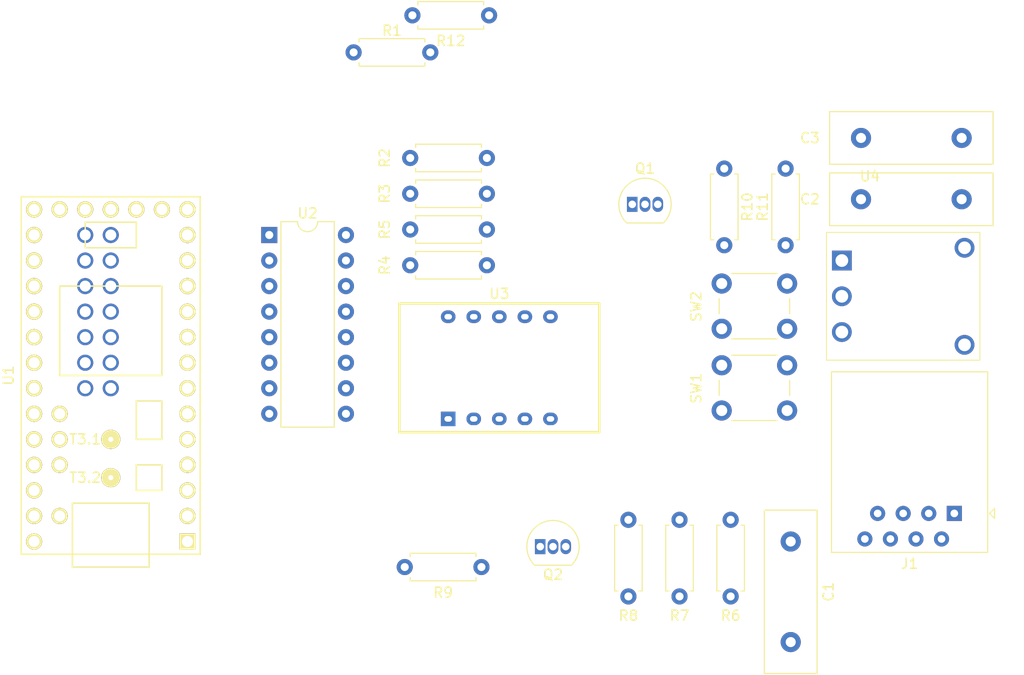
<source format=kicad_pcb>
(kicad_pcb (version 20171130) (host pcbnew 5.0.1)

  (general
    (thickness 1.6)
    (drawings 0)
    (tracks 0)
    (zones 0)
    (modules 24)
    (nets 67)
  )

  (page A4)
  (layers
    (0 F.Cu signal)
    (31 B.Cu signal)
    (32 B.Adhes user)
    (33 F.Adhes user)
    (34 B.Paste user)
    (35 F.Paste user)
    (36 B.SilkS user)
    (37 F.SilkS user)
    (38 B.Mask user)
    (39 F.Mask user)
    (40 Dwgs.User user)
    (41 Cmts.User user)
    (42 Eco1.User user)
    (43 Eco2.User user)
    (44 Edge.Cuts user)
    (45 Margin user)
    (46 B.CrtYd user)
    (47 F.CrtYd user)
    (48 B.Fab user)
    (49 F.Fab user)
  )

  (setup
    (last_trace_width 0.25)
    (trace_clearance 0.2)
    (zone_clearance 0.508)
    (zone_45_only no)
    (trace_min 0.2)
    (segment_width 0.2)
    (edge_width 0.15)
    (via_size 0.8)
    (via_drill 0.4)
    (via_min_size 0.4)
    (via_min_drill 0.3)
    (uvia_size 0.3)
    (uvia_drill 0.1)
    (uvias_allowed no)
    (uvia_min_size 0.2)
    (uvia_min_drill 0.1)
    (pcb_text_width 0.3)
    (pcb_text_size 1.5 1.5)
    (mod_edge_width 0.15)
    (mod_text_size 1 1)
    (mod_text_width 0.15)
    (pad_size 1.524 1.524)
    (pad_drill 0.762)
    (pad_to_mask_clearance 0.051)
    (solder_mask_min_width 0.25)
    (aux_axis_origin 0 0)
    (visible_elements FFFDFF7F)
    (pcbplotparams
      (layerselection 0x010fc_ffffffff)
      (usegerberextensions false)
      (usegerberattributes false)
      (usegerberadvancedattributes false)
      (creategerberjobfile false)
      (excludeedgelayer true)
      (linewidth 0.100000)
      (plotframeref false)
      (viasonmask false)
      (mode 1)
      (useauxorigin false)
      (hpglpennumber 1)
      (hpglpenspeed 20)
      (hpglpendiameter 15.000000)
      (psnegative false)
      (psa4output false)
      (plotreference true)
      (plotvalue true)
      (plotinvisibletext false)
      (padsonsilk false)
      (subtractmaskfromsilk false)
      (outputformat 1)
      (mirror false)
      (drillshape 1)
      (scaleselection 1)
      (outputdirectory ""))
  )

  (net 0 "")
  (net 1 14_A0_SCK0)
  (net 2 GND)
  (net 3 VCC)
  (net 4 "Net-(J1-Pad4)")
  (net 5 "Net-(J1-Pad5)")
  (net 6 "Net-(J1-Pad6)")
  (net 7 "Net-(J1-Pad7)")
  (net 8 "Net-(J1-Pad8)")
  (net 9 "Net-(Q1-Pad2)")
  (net 10 "Net-(Q1-Pad3)")
  (net 11 "Net-(Q2-Pad3)")
  (net 12 "Net-(Q2-Pad2)")
  (net 13 8_TX3_MISO0)
  (net 14 f)
  (net 15 "Net-(R2-Pad1)")
  (net 16 "Net-(R3-Pad1)")
  (net 17 g)
  (net 18 b)
  (net 19 "Net-(R4-Pad1)")
  (net 20 a)
  (net 21 "Net-(R5-Pad1)")
  (net 22 d)
  (net 23 "Net-(R6-Pad2)")
  (net 24 e)
  (net 25 "Net-(R7-Pad2)")
  (net 26 "Net-(R8-Pad2)")
  (net 27 c)
  (net 28 7_RX3_MOSI0)
  (net 29 4_TX1_PWM_Touch)
  (net 30 3_RX1_PWM_Touch)
  (net 31 "Net-(R12-Pad2)")
  (net 32 +3V3)
  (net 33 "Net-(U1-Pad39)")
  (net 34 "Net-(U1-Pad38)")
  (net 35 "Net-(U1-Pad1)")
  (net 36 "Net-(U1-Pad2)")
  (net 37 "Net-(U1-Pad3)")
  (net 38 "Net-(U1-Pad4)")
  (net 39 "Net-(U1-Pad7)")
  (net 40 6_RX3_CS1_PWM)
  (net 41 9_RX2_PWM)
  (net 42 10_TX2_CS0_PWM)
  (net 43 11_MOSI0)
  (net 44 "Net-(U1-Pad37)")
  (net 45 "Net-(U1-Pad36)")
  (net 46 "Net-(U1-Pad35)")
  (net 47 "Net-(U1-Pad34)")
  (net 48 +5V)
  (net 49 "Net-(U1-Pad30)")
  (net 50 "Net-(U1-Pad29)")
  (net 51 "Net-(U1-Pad28)")
  (net 52 "Net-(U1-Pad27)")
  (net 53 "Net-(U1-Pad26)")
  (net 54 "Net-(U1-Pad25)")
  (net 55 "Net-(U1-Pad24)")
  (net 56 "Net-(U1-Pad23)")
  (net 57 "Net-(U1-Pad22)")
  (net 58 12_MISO0)
  (net 59 "Net-(U1-Pad15)")
  (net 60 "Net-(U1-Pad16)")
  (net 61 "Net-(U1-Pad20)")
  (net 62 "Net-(U1-Pad19)")
  (net 63 "Net-(U1-Pad18)")
  (net 64 "Net-(U1-Pad17)")
  (net 65 "Net-(U3-Pad2)")
  (net 66 "Net-(U4-Pad5)")

  (net_class Default "This is the default net class."
    (clearance 0.2)
    (trace_width 0.25)
    (via_dia 0.8)
    (via_drill 0.4)
    (uvia_dia 0.3)
    (uvia_drill 0.1)
    (add_net +3V3)
    (add_net +5V)
    (add_net 10_TX2_CS0_PWM)
    (add_net 11_MOSI0)
    (add_net 12_MISO0)
    (add_net 14_A0_SCK0)
    (add_net 3_RX1_PWM_Touch)
    (add_net 4_TX1_PWM_Touch)
    (add_net 6_RX3_CS1_PWM)
    (add_net 7_RX3_MOSI0)
    (add_net 8_TX3_MISO0)
    (add_net 9_RX2_PWM)
    (add_net GND)
    (add_net "Net-(J1-Pad4)")
    (add_net "Net-(J1-Pad5)")
    (add_net "Net-(J1-Pad6)")
    (add_net "Net-(J1-Pad7)")
    (add_net "Net-(J1-Pad8)")
    (add_net "Net-(Q1-Pad2)")
    (add_net "Net-(Q1-Pad3)")
    (add_net "Net-(Q2-Pad2)")
    (add_net "Net-(Q2-Pad3)")
    (add_net "Net-(R12-Pad2)")
    (add_net "Net-(R2-Pad1)")
    (add_net "Net-(R3-Pad1)")
    (add_net "Net-(R4-Pad1)")
    (add_net "Net-(R5-Pad1)")
    (add_net "Net-(R6-Pad2)")
    (add_net "Net-(R7-Pad2)")
    (add_net "Net-(R8-Pad2)")
    (add_net "Net-(U1-Pad1)")
    (add_net "Net-(U1-Pad15)")
    (add_net "Net-(U1-Pad16)")
    (add_net "Net-(U1-Pad17)")
    (add_net "Net-(U1-Pad18)")
    (add_net "Net-(U1-Pad19)")
    (add_net "Net-(U1-Pad2)")
    (add_net "Net-(U1-Pad20)")
    (add_net "Net-(U1-Pad22)")
    (add_net "Net-(U1-Pad23)")
    (add_net "Net-(U1-Pad24)")
    (add_net "Net-(U1-Pad25)")
    (add_net "Net-(U1-Pad26)")
    (add_net "Net-(U1-Pad27)")
    (add_net "Net-(U1-Pad28)")
    (add_net "Net-(U1-Pad29)")
    (add_net "Net-(U1-Pad3)")
    (add_net "Net-(U1-Pad30)")
    (add_net "Net-(U1-Pad34)")
    (add_net "Net-(U1-Pad35)")
    (add_net "Net-(U1-Pad36)")
    (add_net "Net-(U1-Pad37)")
    (add_net "Net-(U1-Pad38)")
    (add_net "Net-(U1-Pad39)")
    (add_net "Net-(U1-Pad4)")
    (add_net "Net-(U1-Pad7)")
    (add_net "Net-(U3-Pad2)")
    (add_net "Net-(U4-Pad5)")
    (add_net VCC)
    (add_net a)
    (add_net b)
    (add_net c)
    (add_net d)
    (add_net e)
    (add_net f)
    (add_net g)
  )

  (module Teensy:Teensy30_31_32_LC (layer F.Cu) (tedit 5A29202F) (tstamp 5C6ADF6A)
    (at 147.828 147.574 90)
    (path /5C11D0E5)
    (fp_text reference U1 (at 0 -10.16 90) (layer F.SilkS)
      (effects (font (size 1 1) (thickness 0.15)))
    )
    (fp_text value Teensy-LC (at 0 10.16 90) (layer F.Fab)
      (effects (font (size 1 1) (thickness 0.15)))
    )
    (fp_text user T3.2 (at -10.16 -2.54 180) (layer F.SilkS)
      (effects (font (size 1 1) (thickness 0.15)))
    )
    (fp_text user T3.1 (at -6.35 -2.54 180) (layer F.SilkS)
      (effects (font (size 1 1) (thickness 0.15)))
    )
    (fp_line (start -17.78 3.81) (end -19.05 3.81) (layer F.SilkS) (width 0.15))
    (fp_line (start -19.05 3.81) (end -19.05 -3.81) (layer F.SilkS) (width 0.15))
    (fp_line (start -19.05 -3.81) (end -17.78 -3.81) (layer F.SilkS) (width 0.15))
    (fp_line (start -6.35 5.08) (end -2.54 5.08) (layer F.SilkS) (width 0.15))
    (fp_line (start -2.54 5.08) (end -2.54 2.54) (layer F.SilkS) (width 0.15))
    (fp_line (start -2.54 2.54) (end -6.35 2.54) (layer F.SilkS) (width 0.15))
    (fp_line (start -6.35 2.54) (end -6.35 5.08) (layer F.SilkS) (width 0.15))
    (fp_line (start -12.7 3.81) (end -12.7 -3.81) (layer F.SilkS) (width 0.15))
    (fp_line (start -12.7 -3.81) (end -17.78 -3.81) (layer F.SilkS) (width 0.15))
    (fp_line (start -12.7 3.81) (end -17.78 3.81) (layer F.SilkS) (width 0.15))
    (fp_line (start -11.43 5.08) (end -8.89 5.08) (layer F.SilkS) (width 0.15))
    (fp_line (start -8.89 5.08) (end -8.89 2.54) (layer F.SilkS) (width 0.15))
    (fp_line (start -8.89 2.54) (end -11.43 2.54) (layer F.SilkS) (width 0.15))
    (fp_line (start -11.43 2.54) (end -11.43 5.08) (layer F.SilkS) (width 0.15))
    (fp_line (start 15.24 -2.54) (end 15.24 2.54) (layer F.SilkS) (width 0.15))
    (fp_line (start 15.24 2.54) (end 12.7 2.54) (layer F.SilkS) (width 0.15))
    (fp_line (start 12.7 2.54) (end 12.7 -2.54) (layer F.SilkS) (width 0.15))
    (fp_line (start 12.7 -2.54) (end 15.24 -2.54) (layer F.SilkS) (width 0.15))
    (fp_line (start 8.89 5.08) (end 8.89 -5.08) (layer F.SilkS) (width 0.15))
    (fp_line (start 0 -5.08) (end 0 5.08) (layer F.SilkS) (width 0.15))
    (fp_line (start 8.89 -5.08) (end 0 -5.08) (layer F.SilkS) (width 0.15))
    (fp_line (start 8.89 5.08) (end 0 5.08) (layer F.SilkS) (width 0.15))
    (fp_line (start -17.78 -8.89) (end 17.78 -8.89) (layer F.SilkS) (width 0.15))
    (fp_line (start 17.78 -8.89) (end 17.78 8.89) (layer F.SilkS) (width 0.15))
    (fp_line (start 17.78 8.89) (end -17.78 8.89) (layer F.SilkS) (width 0.15))
    (fp_line (start -17.78 8.89) (end -17.78 -8.89) (layer F.SilkS) (width 0.15))
    (pad 17 thru_hole circle (at 16.51 0 90) (size 1.6 1.6) (drill 1.1) (layers *.Cu *.Mask F.SilkS)
      (net 64 "Net-(U1-Pad17)"))
    (pad 18 thru_hole circle (at 16.51 -2.54 90) (size 1.6 1.6) (drill 1.1) (layers *.Cu *.Mask F.SilkS)
      (net 63 "Net-(U1-Pad18)"))
    (pad 19 thru_hole circle (at 16.51 -5.08 90) (size 1.6 1.6) (drill 1.1) (layers *.Cu *.Mask F.SilkS)
      (net 62 "Net-(U1-Pad19)"))
    (pad 20 thru_hole circle (at 16.51 -7.62 90) (size 1.6 1.6) (drill 1.1) (layers *.Cu *.Mask F.SilkS)
      (net 61 "Net-(U1-Pad20)"))
    (pad 16 thru_hole circle (at 16.51 2.54 90) (size 1.6 1.6) (drill 1.1) (layers *.Cu *.Mask F.SilkS)
      (net 60 "Net-(U1-Pad16)"))
    (pad 15 thru_hole circle (at 16.51 5.08 90) (size 1.6 1.6) (drill 1.1) (layers *.Cu *.Mask F.SilkS)
      (net 59 "Net-(U1-Pad15)"))
    (pad 14 thru_hole circle (at 16.51 7.62 90) (size 1.6 1.6) (drill 1.1) (layers *.Cu *.Mask F.SilkS)
      (net 58 12_MISO0))
    (pad 21 thru_hole circle (at 13.97 -7.62 90) (size 1.6 1.6) (drill 1.1) (layers *.Cu *.Mask F.SilkS)
      (net 1 14_A0_SCK0))
    (pad 22 thru_hole circle (at 11.43 -7.62 90) (size 1.6 1.6) (drill 1.1) (layers *.Cu *.Mask F.SilkS)
      (net 57 "Net-(U1-Pad22)"))
    (pad 23 thru_hole circle (at 8.89 -7.62 90) (size 1.6 1.6) (drill 1.1) (layers *.Cu *.Mask F.SilkS)
      (net 56 "Net-(U1-Pad23)"))
    (pad 24 thru_hole circle (at 6.35 -7.62 90) (size 1.6 1.6) (drill 1.1) (layers *.Cu *.Mask F.SilkS)
      (net 55 "Net-(U1-Pad24)"))
    (pad 25 thru_hole circle (at 3.81 -7.62 90) (size 1.6 1.6) (drill 1.1) (layers *.Cu *.Mask F.SilkS)
      (net 54 "Net-(U1-Pad25)"))
    (pad 26 thru_hole circle (at 1.27 -7.62 90) (size 1.6 1.6) (drill 1.1) (layers *.Cu *.Mask F.SilkS)
      (net 53 "Net-(U1-Pad26)"))
    (pad 27 thru_hole circle (at -1.27 -7.62 90) (size 1.6 1.6) (drill 1.1) (layers *.Cu *.Mask F.SilkS)
      (net 52 "Net-(U1-Pad27)"))
    (pad 28 thru_hole circle (at -3.81 -7.62 90) (size 1.6 1.6) (drill 1.1) (layers *.Cu *.Mask F.SilkS)
      (net 51 "Net-(U1-Pad28)"))
    (pad 29 thru_hole circle (at -6.35 -7.62 90) (size 1.6 1.6) (drill 1.1) (layers *.Cu *.Mask F.SilkS)
      (net 50 "Net-(U1-Pad29)"))
    (pad 30 thru_hole circle (at -8.89 -7.62 90) (size 1.6 1.6) (drill 1.1) (layers *.Cu *.Mask F.SilkS)
      (net 49 "Net-(U1-Pad30)"))
    (pad 31 thru_hole circle (at -11.43 -7.62 90) (size 1.6 1.6) (drill 1.1) (layers *.Cu *.Mask F.SilkS)
      (net 32 +3V3))
    (pad 32 thru_hole circle (at -13.97 -7.62 90) (size 1.6 1.6) (drill 1.1) (layers *.Cu *.Mask F.SilkS)
      (net 2 GND))
    (pad 33 thru_hole circle (at -16.51 -7.62 90) (size 1.6 1.6) (drill 1.1) (layers *.Cu *.Mask F.SilkS)
      (net 48 +5V))
    (pad 34 thru_hole circle (at -13.97 -5.08 90) (size 1.6 1.6) (drill 1.1) (layers *.Cu *.Mask F.SilkS)
      (net 47 "Net-(U1-Pad34)"))
    (pad 35 thru_hole circle (at -8.89 -5.08 90) (size 1.6 1.6) (drill 1.1) (layers *.Cu *.Mask F.SilkS)
      (net 46 "Net-(U1-Pad35)"))
    (pad 36 thru_hole circle (at -6.35 -5.08 90) (size 1.6 1.6) (drill 1.1) (layers *.Cu *.Mask F.SilkS)
      (net 45 "Net-(U1-Pad36)"))
    (pad 37 thru_hole circle (at -3.81 -5.08 90) (size 1.6 1.6) (drill 1.1) (layers *.Cu *.Mask F.SilkS)
      (net 44 "Net-(U1-Pad37)"))
    (pad 13 thru_hole circle (at 13.97 7.62 90) (size 1.6 1.6) (drill 1.1) (layers *.Cu *.Mask F.SilkS)
      (net 43 11_MOSI0))
    (pad 12 thru_hole circle (at 11.43 7.62 90) (size 1.6 1.6) (drill 1.1) (layers *.Cu *.Mask F.SilkS)
      (net 42 10_TX2_CS0_PWM))
    (pad 11 thru_hole circle (at 8.89 7.62 90) (size 1.6 1.6) (drill 1.1) (layers *.Cu *.Mask F.SilkS)
      (net 41 9_RX2_PWM))
    (pad 10 thru_hole circle (at 6.35 7.62 90) (size 1.6 1.6) (drill 1.1) (layers *.Cu *.Mask F.SilkS)
      (net 13 8_TX3_MISO0))
    (pad 9 thru_hole circle (at 3.81 7.62 90) (size 1.6 1.6) (drill 1.1) (layers *.Cu *.Mask F.SilkS)
      (net 28 7_RX3_MOSI0))
    (pad 8 thru_hole circle (at 1.27 7.62 90) (size 1.6 1.6) (drill 1.1) (layers *.Cu *.Mask F.SilkS)
      (net 40 6_RX3_CS1_PWM))
    (pad 7 thru_hole circle (at -1.27 7.62 90) (size 1.6 1.6) (drill 1.1) (layers *.Cu *.Mask F.SilkS)
      (net 39 "Net-(U1-Pad7)"))
    (pad 6 thru_hole circle (at -3.81 7.62 90) (size 1.6 1.6) (drill 1.1) (layers *.Cu *.Mask F.SilkS)
      (net 29 4_TX1_PWM_Touch))
    (pad 5 thru_hole circle (at -6.35 7.62 90) (size 1.6 1.6) (drill 1.1) (layers *.Cu *.Mask F.SilkS)
      (net 30 3_RX1_PWM_Touch))
    (pad 4 thru_hole circle (at -8.89 7.62 90) (size 1.6 1.6) (drill 1.1) (layers *.Cu *.Mask F.SilkS)
      (net 38 "Net-(U1-Pad4)"))
    (pad 3 thru_hole circle (at -11.43 7.62 90) (size 1.6 1.6) (drill 1.1) (layers *.Cu *.Mask F.SilkS)
      (net 37 "Net-(U1-Pad3)"))
    (pad 2 thru_hole circle (at -13.97 7.62 90) (size 1.6 1.6) (drill 1.1) (layers *.Cu *.Mask F.SilkS)
      (net 36 "Net-(U1-Pad2)"))
    (pad 1 thru_hole rect (at -16.51 7.62 90) (size 1.6 1.6) (drill 1.1) (layers *.Cu *.Mask F.SilkS)
      (net 35 "Net-(U1-Pad1)"))
    (pad 38 thru_hole circle (at -1.27 0 90) (size 1.6 1.6) (drill 1.1) (layers *.Cu *.Mask)
      (net 34 "Net-(U1-Pad38)"))
    (pad 39 thru_hole circle (at 1.27 0 90) (size 1.6 1.6) (drill 1.1) (layers *.Cu *.Mask)
      (net 33 "Net-(U1-Pad39)"))
    (pad 40 thru_hole circle (at 3.81 0 90) (size 1.6 1.6) (drill 1.1) (layers *.Cu *.Mask))
    (pad 41 thru_hole circle (at 6.35 0 90) (size 1.6 1.6) (drill 1.1) (layers *.Cu *.Mask))
    (pad 42 thru_hole circle (at 8.89 0 90) (size 1.6 1.6) (drill 1.1) (layers *.Cu *.Mask))
    (pad 43 thru_hole circle (at 11.43 0 90) (size 1.6 1.6) (drill 1.1) (layers *.Cu *.Mask))
    (pad 44 thru_hole circle (at 13.97 0 90) (size 1.6 1.6) (drill 1.1) (layers *.Cu *.Mask))
    (pad 45 thru_hole circle (at 13.97 -2.54 90) (size 1.6 1.6) (drill 1.1) (layers *.Cu *.Mask))
    (pad 46 thru_hole circle (at 11.43 -2.54 90) (size 1.6 1.6) (drill 1.1) (layers *.Cu *.Mask))
    (pad 47 thru_hole circle (at 8.89 -2.54 90) (size 1.6 1.6) (drill 1.1) (layers *.Cu *.Mask))
    (pad 48 thru_hole circle (at 6.35 -2.54 90) (size 1.6 1.6) (drill 1.1) (layers *.Cu *.Mask))
    (pad 49 thru_hole circle (at 3.81 -2.54 90) (size 1.6 1.6) (drill 1.1) (layers *.Cu *.Mask))
    (pad 50 thru_hole circle (at 1.27 -2.54 90) (size 1.6 1.6) (drill 1.1) (layers *.Cu *.Mask))
    (pad 51 thru_hole circle (at -1.27 -2.54 90) (size 1.6 1.6) (drill 1.1) (layers *.Cu *.Mask))
    (pad 52 thru_hole circle (at -6.35 0 90) (size 1.9 1.9) (drill 0.5) (layers *.Cu *.Mask F.SilkS))
    (pad 52 thru_hole circle (at -10.16 0 90) (size 1.9 1.9) (drill 0.5) (layers *.Cu *.Mask F.SilkS))
  )

  (module Package_TO_SOT_THT:TO-92_Inline (layer F.Cu) (tedit 5A1DD157) (tstamp 5C6ADDB1)
    (at 199.644 130.556)
    (descr "TO-92 leads in-line, narrow, oval pads, drill 0.75mm (see NXP sot054_po.pdf)")
    (tags "to-92 sc-43 sc-43a sot54 PA33 transistor")
    (path /5C130788)
    (fp_text reference Q1 (at 1.27 -3.56) (layer F.SilkS)
      (effects (font (size 1 1) (thickness 0.15)))
    )
    (fp_text value 2N3904 (at 1.27 2.79) (layer F.Fab)
      (effects (font (size 1 1) (thickness 0.15)))
    )
    (fp_arc (start 1.27 0) (end 1.27 -2.6) (angle 135) (layer F.SilkS) (width 0.12))
    (fp_arc (start 1.27 0) (end 1.27 -2.48) (angle -135) (layer F.Fab) (width 0.1))
    (fp_arc (start 1.27 0) (end 1.27 -2.6) (angle -135) (layer F.SilkS) (width 0.12))
    (fp_arc (start 1.27 0) (end 1.27 -2.48) (angle 135) (layer F.Fab) (width 0.1))
    (fp_line (start 4 2.01) (end -1.46 2.01) (layer F.CrtYd) (width 0.05))
    (fp_line (start 4 2.01) (end 4 -2.73) (layer F.CrtYd) (width 0.05))
    (fp_line (start -1.46 -2.73) (end -1.46 2.01) (layer F.CrtYd) (width 0.05))
    (fp_line (start -1.46 -2.73) (end 4 -2.73) (layer F.CrtYd) (width 0.05))
    (fp_line (start -0.5 1.75) (end 3 1.75) (layer F.Fab) (width 0.1))
    (fp_line (start -0.53 1.85) (end 3.07 1.85) (layer F.SilkS) (width 0.12))
    (fp_text user %R (at 1.27 -3.56) (layer F.Fab)
      (effects (font (size 1 1) (thickness 0.15)))
    )
    (pad 1 thru_hole rect (at 0 0) (size 1.05 1.5) (drill 0.75) (layers *.Cu *.Mask)
      (net 2 GND))
    (pad 3 thru_hole oval (at 2.54 0) (size 1.05 1.5) (drill 0.75) (layers *.Cu *.Mask)
      (net 10 "Net-(Q1-Pad3)"))
    (pad 2 thru_hole oval (at 1.27 0) (size 1.05 1.5) (drill 0.75) (layers *.Cu *.Mask)
      (net 9 "Net-(Q1-Pad2)"))
    (model ${KISYS3DMOD}/Package_TO_SOT_THT.3dshapes/TO-92_Inline.wrl
      (at (xyz 0 0 0))
      (scale (xyz 1 1 1))
      (rotate (xyz 0 0 0))
    )
  )

  (module Package_DIP:DIP-16_W7.62mm (layer F.Cu) (tedit 5A02E8C5) (tstamp 5C6ADF8E)
    (at 163.576 133.604)
    (descr "16-lead though-hole mounted DIP package, row spacing 7.62 mm (300 mils)")
    (tags "THT DIP DIL PDIP 2.54mm 7.62mm 300mil")
    (path /5C11CA7E)
    (fp_text reference U2 (at 3.81 -2.159) (layer F.SilkS)
      (effects (font (size 1 1) (thickness 0.15)))
    )
    (fp_text value CD4511BE (at 3.81 20.11) (layer F.Fab)
      (effects (font (size 1 1) (thickness 0.15)))
    )
    (fp_text user %R (at 3.81 8.89) (layer F.Fab)
      (effects (font (size 1 1) (thickness 0.15)))
    )
    (fp_line (start 8.7 -1.55) (end -1.1 -1.55) (layer F.CrtYd) (width 0.05))
    (fp_line (start 8.7 19.3) (end 8.7 -1.55) (layer F.CrtYd) (width 0.05))
    (fp_line (start -1.1 19.3) (end 8.7 19.3) (layer F.CrtYd) (width 0.05))
    (fp_line (start -1.1 -1.55) (end -1.1 19.3) (layer F.CrtYd) (width 0.05))
    (fp_line (start 6.46 -1.33) (end 4.81 -1.33) (layer F.SilkS) (width 0.12))
    (fp_line (start 6.46 19.11) (end 6.46 -1.33) (layer F.SilkS) (width 0.12))
    (fp_line (start 1.16 19.11) (end 6.46 19.11) (layer F.SilkS) (width 0.12))
    (fp_line (start 1.16 -1.33) (end 1.16 19.11) (layer F.SilkS) (width 0.12))
    (fp_line (start 2.81 -1.33) (end 1.16 -1.33) (layer F.SilkS) (width 0.12))
    (fp_line (start 0.635 -0.27) (end 1.635 -1.27) (layer F.Fab) (width 0.1))
    (fp_line (start 0.635 19.05) (end 0.635 -0.27) (layer F.Fab) (width 0.1))
    (fp_line (start 6.985 19.05) (end 0.635 19.05) (layer F.Fab) (width 0.1))
    (fp_line (start 6.985 -1.27) (end 6.985 19.05) (layer F.Fab) (width 0.1))
    (fp_line (start 1.635 -1.27) (end 6.985 -1.27) (layer F.Fab) (width 0.1))
    (fp_arc (start 3.81 -1.33) (end 2.81 -1.33) (angle -180) (layer F.SilkS) (width 0.12))
    (pad 16 thru_hole oval (at 7.62 0) (size 1.6 1.6) (drill 0.8) (layers *.Cu *.Mask)
      (net 48 +5V))
    (pad 8 thru_hole oval (at 0 17.78) (size 1.6 1.6) (drill 0.8) (layers *.Cu *.Mask)
      (net 2 GND))
    (pad 15 thru_hole oval (at 7.62 2.54) (size 1.6 1.6) (drill 0.8) (layers *.Cu *.Mask)
      (net 14 f))
    (pad 7 thru_hole oval (at 0 15.24) (size 1.6 1.6) (drill 0.8) (layers *.Cu *.Mask)
      (net 28 7_RX3_MOSI0))
    (pad 14 thru_hole oval (at 7.62 5.08) (size 1.6 1.6) (drill 0.8) (layers *.Cu *.Mask)
      (net 17 g))
    (pad 6 thru_hole oval (at 0 12.7) (size 1.6 1.6) (drill 0.8) (layers *.Cu *.Mask)
      (net 13 8_TX3_MISO0))
    (pad 13 thru_hole oval (at 7.62 7.62) (size 1.6 1.6) (drill 0.8) (layers *.Cu *.Mask)
      (net 20 a))
    (pad 5 thru_hole oval (at 0 10.16) (size 1.6 1.6) (drill 0.8) (layers *.Cu *.Mask)
      (net 41 9_RX2_PWM))
    (pad 12 thru_hole oval (at 7.62 10.16) (size 1.6 1.6) (drill 0.8) (layers *.Cu *.Mask)
      (net 18 b))
    (pad 4 thru_hole oval (at 0 7.62) (size 1.6 1.6) (drill 0.8) (layers *.Cu *.Mask)
      (net 48 +5V))
    (pad 11 thru_hole oval (at 7.62 12.7) (size 1.6 1.6) (drill 0.8) (layers *.Cu *.Mask)
      (net 27 c))
    (pad 3 thru_hole oval (at 0 5.08) (size 1.6 1.6) (drill 0.8) (layers *.Cu *.Mask)
      (net 48 +5V))
    (pad 10 thru_hole oval (at 7.62 15.24) (size 1.6 1.6) (drill 0.8) (layers *.Cu *.Mask)
      (net 22 d))
    (pad 2 thru_hole oval (at 0 2.54) (size 1.6 1.6) (drill 0.8) (layers *.Cu *.Mask)
      (net 42 10_TX2_CS0_PWM))
    (pad 9 thru_hole oval (at 7.62 17.78) (size 1.6 1.6) (drill 0.8) (layers *.Cu *.Mask)
      (net 24 e))
    (pad 1 thru_hole rect (at 0 0) (size 1.6 1.6) (drill 0.8) (layers *.Cu *.Mask)
      (net 43 11_MOSI0))
    (model ${KISYS3DMOD}/Package_DIP.3dshapes/DIP-16_W7.62mm.wrl
      (at (xyz 0 0 0))
      (scale (xyz 1 1 1))
      (rotate (xyz 0 0 0))
    )
  )

  (module PTH08080WAD:PTH08080WAD (layer F.Cu) (tedit 5C157757) (tstamp 5C6ADFC3)
    (at 226.568 139.7)
    (path /5C15259A)
    (fp_text reference U4 (at -3.302 -11.938) (layer F.SilkS)
      (effects (font (size 1 1) (thickness 0.15)))
    )
    (fp_text value PTH08080WAD (at 6.604 -10.414) (layer F.Fab)
      (effects (font (size 1 1) (thickness 0.15)))
    )
    (fp_line (start 7.62 -6.35) (end -7.62 -6.35) (layer F.SilkS) (width 0.1016))
    (fp_line (start 7.62 6.35) (end -7.62 6.35) (layer F.SilkS) (width 0.1016))
    (fp_line (start 7.62 6.35) (end 7.62 -6.35) (layer F.SilkS) (width 0.1016))
    (fp_line (start -7.62 6.35) (end -7.62 -6.35) (layer F.SilkS) (width 0.1016))
    (fp_line (start -7.62 6.35) (end -7.62 -6.35) (layer F.Fab) (width 0.1016))
    (fp_line (start 7.62 6.35) (end 7.62 -6.35) (layer F.Fab) (width 0.1016))
    (fp_line (start -7.62 6.35) (end 7.62 6.35) (layer F.Fab) (width 0.1016))
    (fp_line (start -7.62 -6.35) (end 7.62 -6.35) (layer F.Fab) (width 0.1016))
    (pad 5 thru_hole circle (at 6.096 -4.826) (size 1.96596 1.96596) (drill 1.26492) (layers *.Cu *.Mask)
      (net 66 "Net-(U4-Pad5)"))
    (pad 4 thru_hole circle (at 6.096 4.826) (size 1.96596 1.96596) (drill 1.26492) (layers *.Cu *.Mask)
      (net 31 "Net-(R12-Pad2)"))
    (pad 3 thru_hole circle (at -6.096 3.556) (size 1.96596 1.96596) (drill 1.26492) (layers *.Cu *.Mask)
      (net 48 +5V))
    (pad 2 thru_hole circle (at -6.096 0) (size 1.96596 1.96596) (drill 1.26492) (layers *.Cu *.Mask)
      (net 2 GND))
    (pad 1 thru_hole rect (at -6.096 -3.556) (size 1.96596 1.96596) (drill 1.26492) (layers *.Cu *.Mask)
      (net 3 VCC))
  )

  (module LTD4708JR:LTD4708JR (layer F.Cu) (tedit 5C1576BE) (tstamp 5C6ADFB1)
    (at 186.436 146.812)
    (path /5C11D719)
    (fp_text reference U3 (at 0 -7.366) (layer F.SilkS)
      (effects (font (size 1 1) (thickness 0.15)))
    )
    (fp_text value LTD4708JR (at 0 7.62) (layer F.Fab)
      (effects (font (size 1 1) (thickness 0.15)))
    )
    (fp_line (start -9.93 6.4) (end 9.93 6.4) (layer F.SilkS) (width 0.25))
    (fp_line (start -9.93 -6.4) (end 9.93 -6.4) (layer F.SilkS) (width 0.25))
    (fp_line (start 9.93 -6.4) (end 9.93 6.4) (layer F.SilkS) (width 0.25))
    (fp_line (start -9.93 -6.4) (end -9.93 6.4) (layer F.SilkS) (width 0.25))
    (fp_circle (center 8.638 5) (end 8.938 5) (layer F.Fab) (width 0.6))
    (fp_circle (center -1.522 5) (end -1.222 5) (layer F.Fab) (width 0.6))
    (fp_line (start 9.122 -5) (end 7.038 5) (layer F.Fab) (width 0.85))
    (fp_line (start 1.038 5) (end 7.038 5) (layer F.Fab) (width 0.85))
    (fp_line (start 1.038 5) (end 3.122 -5) (layer F.Fab) (width 0.85))
    (fp_line (start 9.122 -5) (end 3.122 -5) (layer F.Fab) (width 0.85))
    (fp_line (start 2.08 0) (end 8.08 0) (layer F.Fab) (width 0.85))
    (fp_line (start -9.122 5) (end -7.038 -5) (layer F.Fab) (width 0.85))
    (fp_line (start -9.122 5) (end -3.122 5) (layer F.Fab) (width 0.85))
    (fp_line (start -1.038 -5) (end -3.122 5) (layer F.Fab) (width 0.85))
    (fp_line (start -7.038 -5) (end -1.038 -5) (layer F.Fab) (width 0.85))
    (fp_line (start -8.08 0) (end -2.08 0) (layer F.Fab) (width 0.85))
    (fp_line (start -9.93 6.4) (end 9.93 6.4) (layer F.Fab) (width 0.15))
    (fp_line (start -9.93 -6.4) (end 9.93 -6.4) (layer F.Fab) (width 0.15))
    (fp_line (start 9.93 -6.4) (end 9.93 6.4) (layer F.Fab) (width 0.15))
    (fp_line (start -9.93 -6.4) (end -9.93 6.4) (layer F.Fab) (width 0.15))
    (pad 10 thru_hole oval (at -5.08 -5.08) (size 1.45 1.25) (drill oval 0.75 0.55) (layers *.Cu *.Mask)
      (net 19 "Net-(R4-Pad1)"))
    (pad 9 thru_hole oval (at -2.54 -5.08) (size 1.45 1.25) (drill oval 0.75 0.55) (layers *.Cu *.Mask)
      (net 10 "Net-(Q1-Pad3)"))
    (pad 8 thru_hole oval (at 0 -5.08) (size 1.45 1.25) (drill oval 0.75 0.55) (layers *.Cu *.Mask)
      (net 21 "Net-(R5-Pad1)"))
    (pad 7 thru_hole oval (at 2.54 -5.08) (size 1.45 1.25) (drill oval 0.75 0.55) (layers *.Cu *.Mask)
      (net 16 "Net-(R3-Pad1)"))
    (pad 6 thru_hole oval (at 5.08 -5.08) (size 1.45 1.25) (drill oval 0.75 0.55) (layers *.Cu *.Mask)
      (net 15 "Net-(R2-Pad1)"))
    (pad 5 thru_hole oval (at 5.08 5.08) (size 1.45 1.25) (drill oval 0.75 0.55) (layers *.Cu *.Mask)
      (net 23 "Net-(R6-Pad2)"))
    (pad 4 thru_hole oval (at 2.54 5.08) (size 1.45 1.25) (drill oval 0.75 0.55) (layers *.Cu *.Mask)
      (net 11 "Net-(Q2-Pad3)"))
    (pad 3 thru_hole oval (at 0 5.08) (size 1.45 1.25) (drill oval 0.75 0.55) (layers *.Cu *.Mask)
      (net 25 "Net-(R7-Pad2)"))
    (pad 2 thru_hole oval (at -2.54 5.08) (size 1.45 1.25) (drill oval 0.75 0.55) (layers *.Cu *.Mask)
      (net 65 "Net-(U3-Pad2)"))
    (pad 1 thru_hole rect (at -5.08 5.08) (size 1.45 1.45) (drill oval 0.75 0.55) (layers *.Cu *.Mask)
      (net 26 "Net-(R8-Pad2)"))
  )

  (module Capacitor_THT:C_Disc_D16.0mm_W5.0mm_P10.00mm (layer F.Cu) (tedit 5AE50EF0) (tstamp 5C6ADD5A)
    (at 215.392 164.084 270)
    (descr "C, Disc series, Radial, pin pitch=10.00mm, , diameter*width=16.0*5.0mm^2, Capacitor, http://www.vishay.com/docs/28535/vy2series.pdf")
    (tags "C Disc series Radial pin pitch 10.00mm  diameter 16.0mm width 5.0mm Capacitor")
    (path /5C16F507)
    (fp_text reference C1 (at 5 -3.75 270) (layer F.SilkS)
      (effects (font (size 1 1) (thickness 0.15)))
    )
    (fp_text value C (at 5 3.75 270) (layer F.Fab)
      (effects (font (size 1 1) (thickness 0.15)))
    )
    (fp_line (start -3 -2.5) (end -3 2.5) (layer F.Fab) (width 0.1))
    (fp_line (start -3 2.5) (end 13 2.5) (layer F.Fab) (width 0.1))
    (fp_line (start 13 2.5) (end 13 -2.5) (layer F.Fab) (width 0.1))
    (fp_line (start 13 -2.5) (end -3 -2.5) (layer F.Fab) (width 0.1))
    (fp_line (start -3.12 -2.62) (end 13.12 -2.62) (layer F.SilkS) (width 0.12))
    (fp_line (start -3.12 2.62) (end 13.12 2.62) (layer F.SilkS) (width 0.12))
    (fp_line (start -3.12 -2.62) (end -3.12 2.62) (layer F.SilkS) (width 0.12))
    (fp_line (start 13.12 -2.62) (end 13.12 2.62) (layer F.SilkS) (width 0.12))
    (fp_line (start -3.25 -2.75) (end -3.25 2.75) (layer F.CrtYd) (width 0.05))
    (fp_line (start -3.25 2.75) (end 13.25 2.75) (layer F.CrtYd) (width 0.05))
    (fp_line (start 13.25 2.75) (end 13.25 -2.75) (layer F.CrtYd) (width 0.05))
    (fp_line (start 13.25 -2.75) (end -3.25 -2.75) (layer F.CrtYd) (width 0.05))
    (fp_text user %R (at 5 0 270) (layer F.Fab)
      (effects (font (size 1 1) (thickness 0.15)))
    )
    (pad 1 thru_hole circle (at 0 0 270) (size 2 2) (drill 1) (layers *.Cu *.Mask)
      (net 1 14_A0_SCK0))
    (pad 2 thru_hole circle (at 10 0 270) (size 2 2) (drill 1) (layers *.Cu *.Mask)
      (net 2 GND))
    (model ${KISYS3DMOD}/Capacitor_THT.3dshapes/C_Disc_D16.0mm_W5.0mm_P10.00mm.wrl
      (at (xyz 0 0 0))
      (scale (xyz 1 1 1))
      (rotate (xyz 0 0 0))
    )
  )

  (module Capacitor_THT:C_Disc_D16.0mm_W5.0mm_P10.00mm (layer F.Cu) (tedit 5AE50EF0) (tstamp 5C6ADD6D)
    (at 222.377 130.048)
    (descr "C, Disc series, Radial, pin pitch=10.00mm, , diameter*width=16.0*5.0mm^2, Capacitor, http://www.vishay.com/docs/28535/vy2series.pdf")
    (tags "C Disc series Radial pin pitch 10.00mm  diameter 16.0mm width 5.0mm Capacitor")
    (path /5C15E31C)
    (fp_text reference C2 (at -5.08 0) (layer F.SilkS)
      (effects (font (size 1 1) (thickness 0.15)))
    )
    (fp_text value C (at 5 3.75) (layer F.Fab)
      (effects (font (size 1 1) (thickness 0.15)))
    )
    (fp_text user %R (at 5 0) (layer F.Fab)
      (effects (font (size 1 1) (thickness 0.15)))
    )
    (fp_line (start 13.25 -2.75) (end -3.25 -2.75) (layer F.CrtYd) (width 0.05))
    (fp_line (start 13.25 2.75) (end 13.25 -2.75) (layer F.CrtYd) (width 0.05))
    (fp_line (start -3.25 2.75) (end 13.25 2.75) (layer F.CrtYd) (width 0.05))
    (fp_line (start -3.25 -2.75) (end -3.25 2.75) (layer F.CrtYd) (width 0.05))
    (fp_line (start 13.12 -2.62) (end 13.12 2.62) (layer F.SilkS) (width 0.12))
    (fp_line (start -3.12 -2.62) (end -3.12 2.62) (layer F.SilkS) (width 0.12))
    (fp_line (start -3.12 2.62) (end 13.12 2.62) (layer F.SilkS) (width 0.12))
    (fp_line (start -3.12 -2.62) (end 13.12 -2.62) (layer F.SilkS) (width 0.12))
    (fp_line (start 13 -2.5) (end -3 -2.5) (layer F.Fab) (width 0.1))
    (fp_line (start 13 2.5) (end 13 -2.5) (layer F.Fab) (width 0.1))
    (fp_line (start -3 2.5) (end 13 2.5) (layer F.Fab) (width 0.1))
    (fp_line (start -3 -2.5) (end -3 2.5) (layer F.Fab) (width 0.1))
    (pad 2 thru_hole circle (at 10 0) (size 2 2) (drill 1) (layers *.Cu *.Mask)
      (net 2 GND))
    (pad 1 thru_hole circle (at 0 0) (size 2 2) (drill 1) (layers *.Cu *.Mask)
      (net 3 VCC))
    (model ${KISYS3DMOD}/Capacitor_THT.3dshapes/C_Disc_D16.0mm_W5.0mm_P10.00mm.wrl
      (at (xyz 0 0 0))
      (scale (xyz 1 1 1))
      (rotate (xyz 0 0 0))
    )
  )

  (module Capacitor_THT:C_Disc_D16.0mm_W5.0mm_P10.00mm (layer F.Cu) (tedit 5AE50EF0) (tstamp 5C6ADD80)
    (at 222.377 123.952)
    (descr "C, Disc series, Radial, pin pitch=10.00mm, , diameter*width=16.0*5.0mm^2, Capacitor, http://www.vishay.com/docs/28535/vy2series.pdf")
    (tags "C Disc series Radial pin pitch 10.00mm  diameter 16.0mm width 5.0mm Capacitor")
    (path /5C15CFBE)
    (fp_text reference C3 (at -5.08 0) (layer F.SilkS)
      (effects (font (size 1 1) (thickness 0.15)))
    )
    (fp_text value C (at 5 3.75) (layer F.Fab)
      (effects (font (size 1 1) (thickness 0.15)))
    )
    (fp_line (start -3 -2.5) (end -3 2.5) (layer F.Fab) (width 0.1))
    (fp_line (start -3 2.5) (end 13 2.5) (layer F.Fab) (width 0.1))
    (fp_line (start 13 2.5) (end 13 -2.5) (layer F.Fab) (width 0.1))
    (fp_line (start 13 -2.5) (end -3 -2.5) (layer F.Fab) (width 0.1))
    (fp_line (start -3.12 -2.62) (end 13.12 -2.62) (layer F.SilkS) (width 0.12))
    (fp_line (start -3.12 2.62) (end 13.12 2.62) (layer F.SilkS) (width 0.12))
    (fp_line (start -3.12 -2.62) (end -3.12 2.62) (layer F.SilkS) (width 0.12))
    (fp_line (start 13.12 -2.62) (end 13.12 2.62) (layer F.SilkS) (width 0.12))
    (fp_line (start -3.25 -2.75) (end -3.25 2.75) (layer F.CrtYd) (width 0.05))
    (fp_line (start -3.25 2.75) (end 13.25 2.75) (layer F.CrtYd) (width 0.05))
    (fp_line (start 13.25 2.75) (end 13.25 -2.75) (layer F.CrtYd) (width 0.05))
    (fp_line (start 13.25 -2.75) (end -3.25 -2.75) (layer F.CrtYd) (width 0.05))
    (fp_text user %R (at 5 0) (layer F.Fab)
      (effects (font (size 1 1) (thickness 0.15)))
    )
    (pad 1 thru_hole circle (at 0 0) (size 2 2) (drill 1) (layers *.Cu *.Mask)
      (net 3 VCC))
    (pad 2 thru_hole circle (at 10 0) (size 2 2) (drill 1) (layers *.Cu *.Mask)
      (net 2 GND))
    (model ${KISYS3DMOD}/Capacitor_THT.3dshapes/C_Disc_D16.0mm_W5.0mm_P10.00mm.wrl
      (at (xyz 0 0 0))
      (scale (xyz 1 1 1))
      (rotate (xyz 0 0 0))
    )
  )

  (module Connector_RJ:RJ45_Amphenol_54602-x08_Horizontal (layer F.Cu) (tedit 5B103613) (tstamp 5C6ADD9F)
    (at 231.648 161.29 180)
    (descr "8 Pol Shallow Latch Connector, Modjack, RJ45 (https://cdn.amphenol-icc.com/media/wysiwyg/files/drawing/c-bmj-0102.pdf)")
    (tags RJ45)
    (path /5C16A05A)
    (fp_text reference J1 (at 4.445 -5 180) (layer F.SilkS)
      (effects (font (size 1 1) (thickness 0.15)))
    )
    (fp_text value RJ45 (at 4.445 4 180) (layer F.Fab)
      (effects (font (size 1 1) (thickness 0.15)))
    )
    (fp_text user %R (at 4.445 2 180) (layer F.Fab)
      (effects (font (size 1 1) (thickness 0.15)))
    )
    (fp_line (start -4 0.5) (end -3.5 0) (layer F.SilkS) (width 0.12))
    (fp_line (start -4 -0.5) (end -4 0.5) (layer F.SilkS) (width 0.12))
    (fp_line (start -3.5 0) (end -4 -0.5) (layer F.SilkS) (width 0.12))
    (fp_line (start -3.205 13.97) (end -3.205 -2.77) (layer F.Fab) (width 0.12))
    (fp_line (start 12.095 13.97) (end -3.205 13.97) (layer F.Fab) (width 0.12))
    (fp_line (start 12.095 -3.77) (end 12.095 13.97) (layer F.Fab) (width 0.12))
    (fp_line (start -2.205 -3.77) (end 12.095 -3.77) (layer F.Fab) (width 0.12))
    (fp_line (start -3.205 -2.77) (end -2.205 -3.77) (layer F.Fab) (width 0.12))
    (fp_line (start -3.315 14.08) (end 12.205 14.08) (layer F.SilkS) (width 0.12))
    (fp_line (start 12.205 -3.88) (end 12.205 14.08) (layer F.SilkS) (width 0.12))
    (fp_line (start 12.205 -3.88) (end -3.315 -3.88) (layer F.SilkS) (width 0.12))
    (fp_line (start -3.315 -3.88) (end -3.315 14.08) (layer F.SilkS) (width 0.12))
    (fp_line (start -3.71 -4.27) (end 12.6 -4.27) (layer F.CrtYd) (width 0.05))
    (fp_line (start -3.71 -4.27) (end -3.71 14.47) (layer F.CrtYd) (width 0.05))
    (fp_line (start 12.6 14.47) (end 12.6 -4.27) (layer F.CrtYd) (width 0.05))
    (fp_line (start 12.6 14.47) (end -3.71 14.47) (layer F.CrtYd) (width 0.05))
    (pad "" np_thru_hole circle (at 10.16 6.35 180) (size 3.2 3.2) (drill 3.2) (layers *.Cu *.Mask))
    (pad "" np_thru_hole circle (at -1.27 6.35 180) (size 3.2 3.2) (drill 3.2) (layers *.Cu *.Mask))
    (pad 1 thru_hole rect (at 0 0 180) (size 1.5 1.5) (drill 0.76) (layers *.Cu *.Mask)
      (net 3 VCC))
    (pad 2 thru_hole circle (at 1.27 -2.54 180) (size 1.5 1.5) (drill 0.76) (layers *.Cu *.Mask)
      (net 2 GND))
    (pad 3 thru_hole circle (at 2.54 0 180) (size 1.5 1.5) (drill 0.76) (layers *.Cu *.Mask)
      (net 1 14_A0_SCK0))
    (pad 4 thru_hole circle (at 3.81 -2.54 180) (size 1.5 1.5) (drill 0.76) (layers *.Cu *.Mask)
      (net 4 "Net-(J1-Pad4)"))
    (pad 5 thru_hole circle (at 5.08 0 180) (size 1.5 1.5) (drill 0.76) (layers *.Cu *.Mask)
      (net 5 "Net-(J1-Pad5)"))
    (pad 6 thru_hole circle (at 6.35 -2.54 180) (size 1.5 1.5) (drill 0.76) (layers *.Cu *.Mask)
      (net 6 "Net-(J1-Pad6)"))
    (pad 7 thru_hole circle (at 7.62 0 180) (size 1.5 1.5) (drill 0.76) (layers *.Cu *.Mask)
      (net 7 "Net-(J1-Pad7)"))
    (pad 8 thru_hole circle (at 8.89 -2.54 180) (size 1.5 1.5) (drill 0.76) (layers *.Cu *.Mask)
      (net 8 "Net-(J1-Pad8)"))
    (model ${KISYS3DMOD}/Connector_RJ.3dshapes/RJ45_Amphenol_54602-x08_Horizontal.wrl
      (at (xyz 0 0 0))
      (scale (xyz 1 1 1))
      (rotate (xyz 0 0 0))
    )
  )

  (module Package_TO_SOT_THT:TO-92_Inline (layer F.Cu) (tedit 5A1DD157) (tstamp 5C6ADDC3)
    (at 190.5 164.592)
    (descr "TO-92 leads in-line, narrow, oval pads, drill 0.75mm (see NXP sot054_po.pdf)")
    (tags "to-92 sc-43 sc-43a sot54 PA33 transistor")
    (path /5C130E90)
    (fp_text reference Q2 (at 1.27 2.794) (layer F.SilkS)
      (effects (font (size 1 1) (thickness 0.15)))
    )
    (fp_text value 2N3904 (at 1.27 2.79) (layer F.Fab)
      (effects (font (size 1 1) (thickness 0.15)))
    )
    (fp_arc (start 1.27 0) (end 1.27 -2.6) (angle 135) (layer F.SilkS) (width 0.12))
    (fp_arc (start 1.27 0) (end 1.27 -2.48) (angle -135) (layer F.Fab) (width 0.1))
    (fp_arc (start 1.27 0) (end 1.27 -2.6) (angle -135) (layer F.SilkS) (width 0.12))
    (fp_arc (start 1.27 0) (end 1.27 -2.48) (angle 135) (layer F.Fab) (width 0.1))
    (fp_line (start 4 2.01) (end -1.46 2.01) (layer F.CrtYd) (width 0.05))
    (fp_line (start 4 2.01) (end 4 -2.73) (layer F.CrtYd) (width 0.05))
    (fp_line (start -1.46 -2.73) (end -1.46 2.01) (layer F.CrtYd) (width 0.05))
    (fp_line (start -1.46 -2.73) (end 4 -2.73) (layer F.CrtYd) (width 0.05))
    (fp_line (start -0.5 1.75) (end 3 1.75) (layer F.Fab) (width 0.1))
    (fp_line (start -0.53 1.85) (end 3.07 1.85) (layer F.SilkS) (width 0.12))
    (fp_text user %R (at 1.27 -1.778) (layer F.Fab)
      (effects (font (size 1 1) (thickness 0.15)))
    )
    (pad 1 thru_hole rect (at 0 0) (size 1.05 1.5) (drill 0.75) (layers *.Cu *.Mask)
      (net 2 GND))
    (pad 3 thru_hole oval (at 2.54 0) (size 1.05 1.5) (drill 0.75) (layers *.Cu *.Mask)
      (net 11 "Net-(Q2-Pad3)"))
    (pad 2 thru_hole oval (at 1.27 0) (size 1.05 1.5) (drill 0.75) (layers *.Cu *.Mask)
      (net 12 "Net-(Q2-Pad2)"))
    (model ${KISYS3DMOD}/Package_TO_SOT_THT.3dshapes/TO-92_Inline.wrl
      (at (xyz 0 0 0))
      (scale (xyz 1 1 1))
      (rotate (xyz 0 0 0))
    )
  )

  (module Resistor_THT:R_Axial_DIN0207_L6.3mm_D2.5mm_P7.62mm_Horizontal (layer F.Cu) (tedit 5AE5139B) (tstamp 5C6B1264)
    (at 179.578 115.443 180)
    (descr "Resistor, Axial_DIN0207 series, Axial, Horizontal, pin pitch=7.62mm, 0.25W = 1/4W, length*diameter=6.3*2.5mm^2, http://cdn-reichelt.de/documents/datenblatt/B400/1_4W%23YAG.pdf")
    (tags "Resistor Axial_DIN0207 series Axial Horizontal pin pitch 7.62mm 0.25W = 1/4W length 6.3mm diameter 2.5mm")
    (path /5C1345D2)
    (fp_text reference R1 (at 3.81 2.159) (layer F.SilkS)
      (effects (font (size 1 1) (thickness 0.15)))
    )
    (fp_text value R (at 3.81 2.37 180) (layer F.Fab)
      (effects (font (size 1 1) (thickness 0.15)))
    )
    (fp_line (start 0.66 -1.25) (end 0.66 1.25) (layer F.Fab) (width 0.1))
    (fp_line (start 0.66 1.25) (end 6.96 1.25) (layer F.Fab) (width 0.1))
    (fp_line (start 6.96 1.25) (end 6.96 -1.25) (layer F.Fab) (width 0.1))
    (fp_line (start 6.96 -1.25) (end 0.66 -1.25) (layer F.Fab) (width 0.1))
    (fp_line (start 0 0) (end 0.66 0) (layer F.Fab) (width 0.1))
    (fp_line (start 7.62 0) (end 6.96 0) (layer F.Fab) (width 0.1))
    (fp_line (start 0.54 -1.04) (end 0.54 -1.37) (layer F.SilkS) (width 0.12))
    (fp_line (start 0.54 -1.37) (end 7.08 -1.37) (layer F.SilkS) (width 0.12))
    (fp_line (start 7.08 -1.37) (end 7.08 -1.04) (layer F.SilkS) (width 0.12))
    (fp_line (start 0.54 1.04) (end 0.54 1.37) (layer F.SilkS) (width 0.12))
    (fp_line (start 0.54 1.37) (end 7.08 1.37) (layer F.SilkS) (width 0.12))
    (fp_line (start 7.08 1.37) (end 7.08 1.04) (layer F.SilkS) (width 0.12))
    (fp_line (start -1.05 -1.5) (end -1.05 1.5) (layer F.CrtYd) (width 0.05))
    (fp_line (start -1.05 1.5) (end 8.67 1.5) (layer F.CrtYd) (width 0.05))
    (fp_line (start 8.67 1.5) (end 8.67 -1.5) (layer F.CrtYd) (width 0.05))
    (fp_line (start 8.67 -1.5) (end -1.05 -1.5) (layer F.CrtYd) (width 0.05))
    (fp_text user %R (at 3.81 0 180) (layer F.Fab)
      (effects (font (size 1 1) (thickness 0.15)))
    )
    (pad 1 thru_hole circle (at 0 0 180) (size 1.6 1.6) (drill 0.8) (layers *.Cu *.Mask)
      (net 9 "Net-(Q1-Pad2)"))
    (pad 2 thru_hole oval (at 7.62 0 180) (size 1.6 1.6) (drill 0.8) (layers *.Cu *.Mask)
      (net 58 12_MISO0))
    (model ${KISYS3DMOD}/Resistor_THT.3dshapes/R_Axial_DIN0207_L6.3mm_D2.5mm_P7.62mm_Horizontal.wrl
      (at (xyz 0 0 0))
      (scale (xyz 1 1 1))
      (rotate (xyz 0 0 0))
    )
  )

  (module Resistor_THT:R_Axial_DIN0207_L6.3mm_D2.5mm_P7.62mm_Horizontal (layer F.Cu) (tedit 5AE5139B) (tstamp 5C6ADDF1)
    (at 185.20163 125.944797 180)
    (descr "Resistor, Axial_DIN0207 series, Axial, Horizontal, pin pitch=7.62mm, 0.25W = 1/4W, length*diameter=6.3*2.5mm^2, http://cdn-reichelt.de/documents/datenblatt/B400/1_4W%23YAG.pdf")
    (tags "Resistor Axial_DIN0207 series Axial Horizontal pin pitch 7.62mm 0.25W = 1/4W length 6.3mm diameter 2.5mm")
    (path /5C12F840)
    (fp_text reference R2 (at 10.16 0 270) (layer F.SilkS)
      (effects (font (size 1 1) (thickness 0.15)))
    )
    (fp_text value R (at 3.81 2.37 180) (layer F.Fab)
      (effects (font (size 1 1) (thickness 0.15)))
    )
    (fp_text user %R (at 3.81 0 180) (layer F.Fab)
      (effects (font (size 1 1) (thickness 0.15)))
    )
    (fp_line (start 8.67 -1.5) (end -1.05 -1.5) (layer F.CrtYd) (width 0.05))
    (fp_line (start 8.67 1.5) (end 8.67 -1.5) (layer F.CrtYd) (width 0.05))
    (fp_line (start -1.05 1.5) (end 8.67 1.5) (layer F.CrtYd) (width 0.05))
    (fp_line (start -1.05 -1.5) (end -1.05 1.5) (layer F.CrtYd) (width 0.05))
    (fp_line (start 7.08 1.37) (end 7.08 1.04) (layer F.SilkS) (width 0.12))
    (fp_line (start 0.54 1.37) (end 7.08 1.37) (layer F.SilkS) (width 0.12))
    (fp_line (start 0.54 1.04) (end 0.54 1.37) (layer F.SilkS) (width 0.12))
    (fp_line (start 7.08 -1.37) (end 7.08 -1.04) (layer F.SilkS) (width 0.12))
    (fp_line (start 0.54 -1.37) (end 7.08 -1.37) (layer F.SilkS) (width 0.12))
    (fp_line (start 0.54 -1.04) (end 0.54 -1.37) (layer F.SilkS) (width 0.12))
    (fp_line (start 7.62 0) (end 6.96 0) (layer F.Fab) (width 0.1))
    (fp_line (start 0 0) (end 0.66 0) (layer F.Fab) (width 0.1))
    (fp_line (start 6.96 -1.25) (end 0.66 -1.25) (layer F.Fab) (width 0.1))
    (fp_line (start 6.96 1.25) (end 6.96 -1.25) (layer F.Fab) (width 0.1))
    (fp_line (start 0.66 1.25) (end 6.96 1.25) (layer F.Fab) (width 0.1))
    (fp_line (start 0.66 -1.25) (end 0.66 1.25) (layer F.Fab) (width 0.1))
    (pad 2 thru_hole oval (at 7.62 0 180) (size 1.6 1.6) (drill 0.8) (layers *.Cu *.Mask)
      (net 14 f))
    (pad 1 thru_hole circle (at 0 0 180) (size 1.6 1.6) (drill 0.8) (layers *.Cu *.Mask)
      (net 15 "Net-(R2-Pad1)"))
    (model ${KISYS3DMOD}/Resistor_THT.3dshapes/R_Axial_DIN0207_L6.3mm_D2.5mm_P7.62mm_Horizontal.wrl
      (at (xyz 0 0 0))
      (scale (xyz 1 1 1))
      (rotate (xyz 0 0 0))
    )
  )

  (module Resistor_THT:R_Axial_DIN0207_L6.3mm_D2.5mm_P7.62mm_Horizontal (layer F.Cu) (tedit 5AE5139B) (tstamp 5C6ADE08)
    (at 185.20163 129.500797 180)
    (descr "Resistor, Axial_DIN0207 series, Axial, Horizontal, pin pitch=7.62mm, 0.25W = 1/4W, length*diameter=6.3*2.5mm^2, http://cdn-reichelt.de/documents/datenblatt/B400/1_4W%23YAG.pdf")
    (tags "Resistor Axial_DIN0207 series Axial Horizontal pin pitch 7.62mm 0.25W = 1/4W length 6.3mm diameter 2.5mm")
    (path /5C12F8F3)
    (fp_text reference R3 (at 10.16 0 270) (layer F.SilkS)
      (effects (font (size 1 1) (thickness 0.15)))
    )
    (fp_text value R (at 3.81 2.37 180) (layer F.Fab)
      (effects (font (size 1 1) (thickness 0.15)))
    )
    (fp_line (start 0.66 -1.25) (end 0.66 1.25) (layer F.Fab) (width 0.1))
    (fp_line (start 0.66 1.25) (end 6.96 1.25) (layer F.Fab) (width 0.1))
    (fp_line (start 6.96 1.25) (end 6.96 -1.25) (layer F.Fab) (width 0.1))
    (fp_line (start 6.96 -1.25) (end 0.66 -1.25) (layer F.Fab) (width 0.1))
    (fp_line (start 0 0) (end 0.66 0) (layer F.Fab) (width 0.1))
    (fp_line (start 7.62 0) (end 6.96 0) (layer F.Fab) (width 0.1))
    (fp_line (start 0.54 -1.04) (end 0.54 -1.37) (layer F.SilkS) (width 0.12))
    (fp_line (start 0.54 -1.37) (end 7.08 -1.37) (layer F.SilkS) (width 0.12))
    (fp_line (start 7.08 -1.37) (end 7.08 -1.04) (layer F.SilkS) (width 0.12))
    (fp_line (start 0.54 1.04) (end 0.54 1.37) (layer F.SilkS) (width 0.12))
    (fp_line (start 0.54 1.37) (end 7.08 1.37) (layer F.SilkS) (width 0.12))
    (fp_line (start 7.08 1.37) (end 7.08 1.04) (layer F.SilkS) (width 0.12))
    (fp_line (start -1.05 -1.5) (end -1.05 1.5) (layer F.CrtYd) (width 0.05))
    (fp_line (start -1.05 1.5) (end 8.67 1.5) (layer F.CrtYd) (width 0.05))
    (fp_line (start 8.67 1.5) (end 8.67 -1.5) (layer F.CrtYd) (width 0.05))
    (fp_line (start 8.67 -1.5) (end -1.05 -1.5) (layer F.CrtYd) (width 0.05))
    (fp_text user %R (at 3.81 0 180) (layer F.Fab)
      (effects (font (size 1 1) (thickness 0.15)))
    )
    (pad 1 thru_hole circle (at 0 0 180) (size 1.6 1.6) (drill 0.8) (layers *.Cu *.Mask)
      (net 16 "Net-(R3-Pad1)"))
    (pad 2 thru_hole oval (at 7.62 0 180) (size 1.6 1.6) (drill 0.8) (layers *.Cu *.Mask)
      (net 17 g))
    (model ${KISYS3DMOD}/Resistor_THT.3dshapes/R_Axial_DIN0207_L6.3mm_D2.5mm_P7.62mm_Horizontal.wrl
      (at (xyz 0 0 0))
      (scale (xyz 1 1 1))
      (rotate (xyz 0 0 0))
    )
  )

  (module Resistor_THT:R_Axial_DIN0207_L6.3mm_D2.5mm_P7.62mm_Horizontal (layer F.Cu) (tedit 5AE5139B) (tstamp 5C6ADE1F)
    (at 185.20163 136.612797 180)
    (descr "Resistor, Axial_DIN0207 series, Axial, Horizontal, pin pitch=7.62mm, 0.25W = 1/4W, length*diameter=6.3*2.5mm^2, http://cdn-reichelt.de/documents/datenblatt/B400/1_4W%23YAG.pdf")
    (tags "Resistor Axial_DIN0207 series Axial Horizontal pin pitch 7.62mm 0.25W = 1/4W length 6.3mm diameter 2.5mm")
    (path /5C12F96C)
    (fp_text reference R4 (at 10.16 0 270) (layer F.SilkS)
      (effects (font (size 1 1) (thickness 0.15)))
    )
    (fp_text value R (at 3.81 2.37 180) (layer F.Fab)
      (effects (font (size 1 1) (thickness 0.15)))
    )
    (fp_text user %R (at 3.81 0 180) (layer F.Fab)
      (effects (font (size 1 1) (thickness 0.15)))
    )
    (fp_line (start 8.67 -1.5) (end -1.05 -1.5) (layer F.CrtYd) (width 0.05))
    (fp_line (start 8.67 1.5) (end 8.67 -1.5) (layer F.CrtYd) (width 0.05))
    (fp_line (start -1.05 1.5) (end 8.67 1.5) (layer F.CrtYd) (width 0.05))
    (fp_line (start -1.05 -1.5) (end -1.05 1.5) (layer F.CrtYd) (width 0.05))
    (fp_line (start 7.08 1.37) (end 7.08 1.04) (layer F.SilkS) (width 0.12))
    (fp_line (start 0.54 1.37) (end 7.08 1.37) (layer F.SilkS) (width 0.12))
    (fp_line (start 0.54 1.04) (end 0.54 1.37) (layer F.SilkS) (width 0.12))
    (fp_line (start 7.08 -1.37) (end 7.08 -1.04) (layer F.SilkS) (width 0.12))
    (fp_line (start 0.54 -1.37) (end 7.08 -1.37) (layer F.SilkS) (width 0.12))
    (fp_line (start 0.54 -1.04) (end 0.54 -1.37) (layer F.SilkS) (width 0.12))
    (fp_line (start 7.62 0) (end 6.96 0) (layer F.Fab) (width 0.1))
    (fp_line (start 0 0) (end 0.66 0) (layer F.Fab) (width 0.1))
    (fp_line (start 6.96 -1.25) (end 0.66 -1.25) (layer F.Fab) (width 0.1))
    (fp_line (start 6.96 1.25) (end 6.96 -1.25) (layer F.Fab) (width 0.1))
    (fp_line (start 0.66 1.25) (end 6.96 1.25) (layer F.Fab) (width 0.1))
    (fp_line (start 0.66 -1.25) (end 0.66 1.25) (layer F.Fab) (width 0.1))
    (pad 2 thru_hole oval (at 7.62 0 180) (size 1.6 1.6) (drill 0.8) (layers *.Cu *.Mask)
      (net 20 a))
    (pad 1 thru_hole circle (at 0 0 180) (size 1.6 1.6) (drill 0.8) (layers *.Cu *.Mask)
      (net 19 "Net-(R4-Pad1)"))
    (model ${KISYS3DMOD}/Resistor_THT.3dshapes/R_Axial_DIN0207_L6.3mm_D2.5mm_P7.62mm_Horizontal.wrl
      (at (xyz 0 0 0))
      (scale (xyz 1 1 1))
      (rotate (xyz 0 0 0))
    )
  )

  (module Resistor_THT:R_Axial_DIN0207_L6.3mm_D2.5mm_P7.62mm_Horizontal (layer F.Cu) (tedit 5AE5139B) (tstamp 5C6B0934)
    (at 185.20163 133.056797 180)
    (descr "Resistor, Axial_DIN0207 series, Axial, Horizontal, pin pitch=7.62mm, 0.25W = 1/4W, length*diameter=6.3*2.5mm^2, http://cdn-reichelt.de/documents/datenblatt/B400/1_4W%23YAG.pdf")
    (tags "Resistor Axial_DIN0207 series Axial Horizontal pin pitch 7.62mm 0.25W = 1/4W length 6.3mm diameter 2.5mm")
    (path /5C12FA00)
    (fp_text reference R5 (at 10.16 0 270) (layer F.SilkS)
      (effects (font (size 1 1) (thickness 0.15)))
    )
    (fp_text value R (at 3.81 2.37 180) (layer F.Fab)
      (effects (font (size 1 1) (thickness 0.15)))
    )
    (fp_text user %R (at 3.81 0 180) (layer F.Fab)
      (effects (font (size 1 1) (thickness 0.15)))
    )
    (fp_line (start 8.67 -1.5) (end -1.05 -1.5) (layer F.CrtYd) (width 0.05))
    (fp_line (start 8.67 1.5) (end 8.67 -1.5) (layer F.CrtYd) (width 0.05))
    (fp_line (start -1.05 1.5) (end 8.67 1.5) (layer F.CrtYd) (width 0.05))
    (fp_line (start -1.05 -1.5) (end -1.05 1.5) (layer F.CrtYd) (width 0.05))
    (fp_line (start 7.08 1.37) (end 7.08 1.04) (layer F.SilkS) (width 0.12))
    (fp_line (start 0.54 1.37) (end 7.08 1.37) (layer F.SilkS) (width 0.12))
    (fp_line (start 0.54 1.04) (end 0.54 1.37) (layer F.SilkS) (width 0.12))
    (fp_line (start 7.08 -1.37) (end 7.08 -1.04) (layer F.SilkS) (width 0.12))
    (fp_line (start 0.54 -1.37) (end 7.08 -1.37) (layer F.SilkS) (width 0.12))
    (fp_line (start 0.54 -1.04) (end 0.54 -1.37) (layer F.SilkS) (width 0.12))
    (fp_line (start 7.62 0) (end 6.96 0) (layer F.Fab) (width 0.1))
    (fp_line (start 0 0) (end 0.66 0) (layer F.Fab) (width 0.1))
    (fp_line (start 6.96 -1.25) (end 0.66 -1.25) (layer F.Fab) (width 0.1))
    (fp_line (start 6.96 1.25) (end 6.96 -1.25) (layer F.Fab) (width 0.1))
    (fp_line (start 0.66 1.25) (end 6.96 1.25) (layer F.Fab) (width 0.1))
    (fp_line (start 0.66 -1.25) (end 0.66 1.25) (layer F.Fab) (width 0.1))
    (pad 2 thru_hole oval (at 7.62 0 180) (size 1.6 1.6) (drill 0.8) (layers *.Cu *.Mask)
      (net 18 b))
    (pad 1 thru_hole circle (at 0 0 180) (size 1.6 1.6) (drill 0.8) (layers *.Cu *.Mask)
      (net 21 "Net-(R5-Pad1)"))
    (model ${KISYS3DMOD}/Resistor_THT.3dshapes/R_Axial_DIN0207_L6.3mm_D2.5mm_P7.62mm_Horizontal.wrl
      (at (xyz 0 0 0))
      (scale (xyz 1 1 1))
      (rotate (xyz 0 0 0))
    )
  )

  (module Resistor_THT:R_Axial_DIN0207_L6.3mm_D2.5mm_P7.62mm_Horizontal (layer F.Cu) (tedit 5AE5139B) (tstamp 5C6ADE4D)
    (at 209.423 169.545 90)
    (descr "Resistor, Axial_DIN0207 series, Axial, Horizontal, pin pitch=7.62mm, 0.25W = 1/4W, length*diameter=6.3*2.5mm^2, http://cdn-reichelt.de/documents/datenblatt/B400/1_4W%23YAG.pdf")
    (tags "Resistor Axial_DIN0207 series Axial Horizontal pin pitch 7.62mm 0.25W = 1/4W length 6.3mm diameter 2.5mm")
    (path /5C12FA55)
    (fp_text reference R6 (at -1.905 0 180) (layer F.SilkS)
      (effects (font (size 1 1) (thickness 0.15)))
    )
    (fp_text value R (at 3.81 2.37 90) (layer F.Fab)
      (effects (font (size 1 1) (thickness 0.15)))
    )
    (fp_line (start 0.66 -1.25) (end 0.66 1.25) (layer F.Fab) (width 0.1))
    (fp_line (start 0.66 1.25) (end 6.96 1.25) (layer F.Fab) (width 0.1))
    (fp_line (start 6.96 1.25) (end 6.96 -1.25) (layer F.Fab) (width 0.1))
    (fp_line (start 6.96 -1.25) (end 0.66 -1.25) (layer F.Fab) (width 0.1))
    (fp_line (start 0 0) (end 0.66 0) (layer F.Fab) (width 0.1))
    (fp_line (start 7.62 0) (end 6.96 0) (layer F.Fab) (width 0.1))
    (fp_line (start 0.54 -1.04) (end 0.54 -1.37) (layer F.SilkS) (width 0.12))
    (fp_line (start 0.54 -1.37) (end 7.08 -1.37) (layer F.SilkS) (width 0.12))
    (fp_line (start 7.08 -1.37) (end 7.08 -1.04) (layer F.SilkS) (width 0.12))
    (fp_line (start 0.54 1.04) (end 0.54 1.37) (layer F.SilkS) (width 0.12))
    (fp_line (start 0.54 1.37) (end 7.08 1.37) (layer F.SilkS) (width 0.12))
    (fp_line (start 7.08 1.37) (end 7.08 1.04) (layer F.SilkS) (width 0.12))
    (fp_line (start -1.05 -1.5) (end -1.05 1.5) (layer F.CrtYd) (width 0.05))
    (fp_line (start -1.05 1.5) (end 8.67 1.5) (layer F.CrtYd) (width 0.05))
    (fp_line (start 8.67 1.5) (end 8.67 -1.5) (layer F.CrtYd) (width 0.05))
    (fp_line (start 8.67 -1.5) (end -1.05 -1.5) (layer F.CrtYd) (width 0.05))
    (fp_text user %R (at 3.81 0 90) (layer F.Fab)
      (effects (font (size 1 1) (thickness 0.15)))
    )
    (pad 1 thru_hole circle (at 0 0 90) (size 1.6 1.6) (drill 0.8) (layers *.Cu *.Mask)
      (net 22 d))
    (pad 2 thru_hole oval (at 7.62 0 90) (size 1.6 1.6) (drill 0.8) (layers *.Cu *.Mask)
      (net 23 "Net-(R6-Pad2)"))
    (model ${KISYS3DMOD}/Resistor_THT.3dshapes/R_Axial_DIN0207_L6.3mm_D2.5mm_P7.62mm_Horizontal.wrl
      (at (xyz 0 0 0))
      (scale (xyz 1 1 1))
      (rotate (xyz 0 0 0))
    )
  )

  (module Resistor_THT:R_Axial_DIN0207_L6.3mm_D2.5mm_P7.62mm_Horizontal (layer F.Cu) (tedit 5AE5139B) (tstamp 5C6ADE64)
    (at 204.343 169.545 90)
    (descr "Resistor, Axial_DIN0207 series, Axial, Horizontal, pin pitch=7.62mm, 0.25W = 1/4W, length*diameter=6.3*2.5mm^2, http://cdn-reichelt.de/documents/datenblatt/B400/1_4W%23YAG.pdf")
    (tags "Resistor Axial_DIN0207 series Axial Horizontal pin pitch 7.62mm 0.25W = 1/4W length 6.3mm diameter 2.5mm")
    (path /5C12F9B3)
    (fp_text reference R7 (at -1.905 0 180) (layer F.SilkS)
      (effects (font (size 1 1) (thickness 0.15)))
    )
    (fp_text value R (at 3.81 2.37 90) (layer F.Fab)
      (effects (font (size 1 1) (thickness 0.15)))
    )
    (fp_line (start 0.66 -1.25) (end 0.66 1.25) (layer F.Fab) (width 0.1))
    (fp_line (start 0.66 1.25) (end 6.96 1.25) (layer F.Fab) (width 0.1))
    (fp_line (start 6.96 1.25) (end 6.96 -1.25) (layer F.Fab) (width 0.1))
    (fp_line (start 6.96 -1.25) (end 0.66 -1.25) (layer F.Fab) (width 0.1))
    (fp_line (start 0 0) (end 0.66 0) (layer F.Fab) (width 0.1))
    (fp_line (start 7.62 0) (end 6.96 0) (layer F.Fab) (width 0.1))
    (fp_line (start 0.54 -1.04) (end 0.54 -1.37) (layer F.SilkS) (width 0.12))
    (fp_line (start 0.54 -1.37) (end 7.08 -1.37) (layer F.SilkS) (width 0.12))
    (fp_line (start 7.08 -1.37) (end 7.08 -1.04) (layer F.SilkS) (width 0.12))
    (fp_line (start 0.54 1.04) (end 0.54 1.37) (layer F.SilkS) (width 0.12))
    (fp_line (start 0.54 1.37) (end 7.08 1.37) (layer F.SilkS) (width 0.12))
    (fp_line (start 7.08 1.37) (end 7.08 1.04) (layer F.SilkS) (width 0.12))
    (fp_line (start -1.05 -1.5) (end -1.05 1.5) (layer F.CrtYd) (width 0.05))
    (fp_line (start -1.05 1.5) (end 8.67 1.5) (layer F.CrtYd) (width 0.05))
    (fp_line (start 8.67 1.5) (end 8.67 -1.5) (layer F.CrtYd) (width 0.05))
    (fp_line (start 8.67 -1.5) (end -1.05 -1.5) (layer F.CrtYd) (width 0.05))
    (fp_text user %R (at 3.81 0 90) (layer F.Fab)
      (effects (font (size 1 1) (thickness 0.15)))
    )
    (pad 1 thru_hole circle (at 0 0 90) (size 1.6 1.6) (drill 0.8) (layers *.Cu *.Mask)
      (net 24 e))
    (pad 2 thru_hole oval (at 7.62 0 90) (size 1.6 1.6) (drill 0.8) (layers *.Cu *.Mask)
      (net 25 "Net-(R7-Pad2)"))
    (model ${KISYS3DMOD}/Resistor_THT.3dshapes/R_Axial_DIN0207_L6.3mm_D2.5mm_P7.62mm_Horizontal.wrl
      (at (xyz 0 0 0))
      (scale (xyz 1 1 1))
      (rotate (xyz 0 0 0))
    )
  )

  (module Resistor_THT:R_Axial_DIN0207_L6.3mm_D2.5mm_P7.62mm_Horizontal (layer F.Cu) (tedit 5AE5139B) (tstamp 5C6ADE7B)
    (at 199.263 169.545 90)
    (descr "Resistor, Axial_DIN0207 series, Axial, Horizontal, pin pitch=7.62mm, 0.25W = 1/4W, length*diameter=6.3*2.5mm^2, http://cdn-reichelt.de/documents/datenblatt/B400/1_4W%23YAG.pdf")
    (tags "Resistor Axial_DIN0207 series Axial Horizontal pin pitch 7.62mm 0.25W = 1/4W length 6.3mm diameter 2.5mm")
    (path /5C12FAA8)
    (fp_text reference R8 (at -1.905 0 180) (layer F.SilkS)
      (effects (font (size 1 1) (thickness 0.15)))
    )
    (fp_text value R (at 3.81 2.37 90) (layer F.Fab)
      (effects (font (size 1 1) (thickness 0.15)))
    )
    (fp_text user %R (at 3.81 0 90) (layer F.Fab)
      (effects (font (size 1 1) (thickness 0.15)))
    )
    (fp_line (start 8.67 -1.5) (end -1.05 -1.5) (layer F.CrtYd) (width 0.05))
    (fp_line (start 8.67 1.5) (end 8.67 -1.5) (layer F.CrtYd) (width 0.05))
    (fp_line (start -1.05 1.5) (end 8.67 1.5) (layer F.CrtYd) (width 0.05))
    (fp_line (start -1.05 -1.5) (end -1.05 1.5) (layer F.CrtYd) (width 0.05))
    (fp_line (start 7.08 1.37) (end 7.08 1.04) (layer F.SilkS) (width 0.12))
    (fp_line (start 0.54 1.37) (end 7.08 1.37) (layer F.SilkS) (width 0.12))
    (fp_line (start 0.54 1.04) (end 0.54 1.37) (layer F.SilkS) (width 0.12))
    (fp_line (start 7.08 -1.37) (end 7.08 -1.04) (layer F.SilkS) (width 0.12))
    (fp_line (start 0.54 -1.37) (end 7.08 -1.37) (layer F.SilkS) (width 0.12))
    (fp_line (start 0.54 -1.04) (end 0.54 -1.37) (layer F.SilkS) (width 0.12))
    (fp_line (start 7.62 0) (end 6.96 0) (layer F.Fab) (width 0.1))
    (fp_line (start 0 0) (end 0.66 0) (layer F.Fab) (width 0.1))
    (fp_line (start 6.96 -1.25) (end 0.66 -1.25) (layer F.Fab) (width 0.1))
    (fp_line (start 6.96 1.25) (end 6.96 -1.25) (layer F.Fab) (width 0.1))
    (fp_line (start 0.66 1.25) (end 6.96 1.25) (layer F.Fab) (width 0.1))
    (fp_line (start 0.66 -1.25) (end 0.66 1.25) (layer F.Fab) (width 0.1))
    (pad 2 thru_hole oval (at 7.62 0 90) (size 1.6 1.6) (drill 0.8) (layers *.Cu *.Mask)
      (net 26 "Net-(R8-Pad2)"))
    (pad 1 thru_hole circle (at 0 0 90) (size 1.6 1.6) (drill 0.8) (layers *.Cu *.Mask)
      (net 27 c))
    (model ${KISYS3DMOD}/Resistor_THT.3dshapes/R_Axial_DIN0207_L6.3mm_D2.5mm_P7.62mm_Horizontal.wrl
      (at (xyz 0 0 0))
      (scale (xyz 1 1 1))
      (rotate (xyz 0 0 0))
    )
  )

  (module Resistor_THT:R_Axial_DIN0207_L6.3mm_D2.5mm_P7.62mm_Horizontal (layer F.Cu) (tedit 5AE5139B) (tstamp 5C6ADE92)
    (at 184.658 166.624 180)
    (descr "Resistor, Axial_DIN0207 series, Axial, Horizontal, pin pitch=7.62mm, 0.25W = 1/4W, length*diameter=6.3*2.5mm^2, http://cdn-reichelt.de/documents/datenblatt/B400/1_4W%23YAG.pdf")
    (tags "Resistor Axial_DIN0207 series Axial Horizontal pin pitch 7.62mm 0.25W = 1/4W length 6.3mm diameter 2.5mm")
    (path /5C131132)
    (fp_text reference R9 (at 3.81 -2.54 180) (layer F.SilkS)
      (effects (font (size 1 1) (thickness 0.15)))
    )
    (fp_text value R (at 3.81 2.37 180) (layer F.Fab)
      (effects (font (size 1 1) (thickness 0.15)))
    )
    (fp_line (start 0.66 -1.25) (end 0.66 1.25) (layer F.Fab) (width 0.1))
    (fp_line (start 0.66 1.25) (end 6.96 1.25) (layer F.Fab) (width 0.1))
    (fp_line (start 6.96 1.25) (end 6.96 -1.25) (layer F.Fab) (width 0.1))
    (fp_line (start 6.96 -1.25) (end 0.66 -1.25) (layer F.Fab) (width 0.1))
    (fp_line (start 0 0) (end 0.66 0) (layer F.Fab) (width 0.1))
    (fp_line (start 7.62 0) (end 6.96 0) (layer F.Fab) (width 0.1))
    (fp_line (start 0.54 -1.04) (end 0.54 -1.37) (layer F.SilkS) (width 0.12))
    (fp_line (start 0.54 -1.37) (end 7.08 -1.37) (layer F.SilkS) (width 0.12))
    (fp_line (start 7.08 -1.37) (end 7.08 -1.04) (layer F.SilkS) (width 0.12))
    (fp_line (start 0.54 1.04) (end 0.54 1.37) (layer F.SilkS) (width 0.12))
    (fp_line (start 0.54 1.37) (end 7.08 1.37) (layer F.SilkS) (width 0.12))
    (fp_line (start 7.08 1.37) (end 7.08 1.04) (layer F.SilkS) (width 0.12))
    (fp_line (start -1.05 -1.5) (end -1.05 1.5) (layer F.CrtYd) (width 0.05))
    (fp_line (start -1.05 1.5) (end 8.67 1.5) (layer F.CrtYd) (width 0.05))
    (fp_line (start 8.67 1.5) (end 8.67 -1.5) (layer F.CrtYd) (width 0.05))
    (fp_line (start 8.67 -1.5) (end -1.05 -1.5) (layer F.CrtYd) (width 0.05))
    (fp_text user %R (at 3.81 0 180) (layer F.Fab)
      (effects (font (size 1 1) (thickness 0.15)))
    )
    (pad 1 thru_hole circle (at 0 0 180) (size 1.6 1.6) (drill 0.8) (layers *.Cu *.Mask)
      (net 12 "Net-(Q2-Pad2)"))
    (pad 2 thru_hole oval (at 7.62 0 180) (size 1.6 1.6) (drill 0.8) (layers *.Cu *.Mask)
      (net 40 6_RX3_CS1_PWM))
    (model ${KISYS3DMOD}/Resistor_THT.3dshapes/R_Axial_DIN0207_L6.3mm_D2.5mm_P7.62mm_Horizontal.wrl
      (at (xyz 0 0 0))
      (scale (xyz 1 1 1))
      (rotate (xyz 0 0 0))
    )
  )

  (module Resistor_THT:R_Axial_DIN0207_L6.3mm_D2.5mm_P7.62mm_Horizontal (layer F.Cu) (tedit 5AE5139B) (tstamp 5C6ADEA9)
    (at 208.788 134.62 90)
    (descr "Resistor, Axial_DIN0207 series, Axial, Horizontal, pin pitch=7.62mm, 0.25W = 1/4W, length*diameter=6.3*2.5mm^2, http://cdn-reichelt.de/documents/datenblatt/B400/1_4W%23YAG.pdf")
    (tags "Resistor Axial_DIN0207 series Axial Horizontal pin pitch 7.62mm 0.25W = 1/4W length 6.3mm diameter 2.5mm")
    (path /5C1471B5)
    (fp_text reference R10 (at 3.81 2.286 90) (layer F.SilkS)
      (effects (font (size 1 1) (thickness 0.15)))
    )
    (fp_text value R (at 3.81 2.37 90) (layer F.Fab)
      (effects (font (size 1 1) (thickness 0.15)))
    )
    (fp_line (start 0.66 -1.25) (end 0.66 1.25) (layer F.Fab) (width 0.1))
    (fp_line (start 0.66 1.25) (end 6.96 1.25) (layer F.Fab) (width 0.1))
    (fp_line (start 6.96 1.25) (end 6.96 -1.25) (layer F.Fab) (width 0.1))
    (fp_line (start 6.96 -1.25) (end 0.66 -1.25) (layer F.Fab) (width 0.1))
    (fp_line (start 0 0) (end 0.66 0) (layer F.Fab) (width 0.1))
    (fp_line (start 7.62 0) (end 6.96 0) (layer F.Fab) (width 0.1))
    (fp_line (start 0.54 -1.04) (end 0.54 -1.37) (layer F.SilkS) (width 0.12))
    (fp_line (start 0.54 -1.37) (end 7.08 -1.37) (layer F.SilkS) (width 0.12))
    (fp_line (start 7.08 -1.37) (end 7.08 -1.04) (layer F.SilkS) (width 0.12))
    (fp_line (start 0.54 1.04) (end 0.54 1.37) (layer F.SilkS) (width 0.12))
    (fp_line (start 0.54 1.37) (end 7.08 1.37) (layer F.SilkS) (width 0.12))
    (fp_line (start 7.08 1.37) (end 7.08 1.04) (layer F.SilkS) (width 0.12))
    (fp_line (start -1.05 -1.5) (end -1.05 1.5) (layer F.CrtYd) (width 0.05))
    (fp_line (start -1.05 1.5) (end 8.67 1.5) (layer F.CrtYd) (width 0.05))
    (fp_line (start 8.67 1.5) (end 8.67 -1.5) (layer F.CrtYd) (width 0.05))
    (fp_line (start 8.67 -1.5) (end -1.05 -1.5) (layer F.CrtYd) (width 0.05))
    (fp_text user %R (at 3.81 0 270) (layer F.Fab)
      (effects (font (size 1 1) (thickness 0.15)))
    )
    (pad 1 thru_hole circle (at 0 0 90) (size 1.6 1.6) (drill 0.8) (layers *.Cu *.Mask)
      (net 29 4_TX1_PWM_Touch))
    (pad 2 thru_hole oval (at 7.62 0 90) (size 1.6 1.6) (drill 0.8) (layers *.Cu *.Mask)
      (net 2 GND))
    (model ${KISYS3DMOD}/Resistor_THT.3dshapes/R_Axial_DIN0207_L6.3mm_D2.5mm_P7.62mm_Horizontal.wrl
      (at (xyz 0 0 0))
      (scale (xyz 1 1 1))
      (rotate (xyz 0 0 0))
    )
  )

  (module Resistor_THT:R_Axial_DIN0207_L6.3mm_D2.5mm_P7.62mm_Horizontal (layer F.Cu) (tedit 5AE5139B) (tstamp 5C6ADEC0)
    (at 214.884 134.62 90)
    (descr "Resistor, Axial_DIN0207 series, Axial, Horizontal, pin pitch=7.62mm, 0.25W = 1/4W, length*diameter=6.3*2.5mm^2, http://cdn-reichelt.de/documents/datenblatt/B400/1_4W%23YAG.pdf")
    (tags "Resistor Axial_DIN0207 series Axial Horizontal pin pitch 7.62mm 0.25W = 1/4W length 6.3mm diameter 2.5mm")
    (path /5C146952)
    (fp_text reference R11 (at 3.81 -2.286 90) (layer F.SilkS)
      (effects (font (size 1 1) (thickness 0.15)))
    )
    (fp_text value R (at 3.81 2.37 90) (layer F.Fab)
      (effects (font (size 1 1) (thickness 0.15)))
    )
    (fp_text user %R (at 3.81 0 90) (layer F.Fab)
      (effects (font (size 1 1) (thickness 0.15)))
    )
    (fp_line (start 8.67 -1.5) (end -1.05 -1.5) (layer F.CrtYd) (width 0.05))
    (fp_line (start 8.67 1.5) (end 8.67 -1.5) (layer F.CrtYd) (width 0.05))
    (fp_line (start -1.05 1.5) (end 8.67 1.5) (layer F.CrtYd) (width 0.05))
    (fp_line (start -1.05 -1.5) (end -1.05 1.5) (layer F.CrtYd) (width 0.05))
    (fp_line (start 7.08 1.37) (end 7.08 1.04) (layer F.SilkS) (width 0.12))
    (fp_line (start 0.54 1.37) (end 7.08 1.37) (layer F.SilkS) (width 0.12))
    (fp_line (start 0.54 1.04) (end 0.54 1.37) (layer F.SilkS) (width 0.12))
    (fp_line (start 7.08 -1.37) (end 7.08 -1.04) (layer F.SilkS) (width 0.12))
    (fp_line (start 0.54 -1.37) (end 7.08 -1.37) (layer F.SilkS) (width 0.12))
    (fp_line (start 0.54 -1.04) (end 0.54 -1.37) (layer F.SilkS) (width 0.12))
    (fp_line (start 7.62 0) (end 6.96 0) (layer F.Fab) (width 0.1))
    (fp_line (start 0 0) (end 0.66 0) (layer F.Fab) (width 0.1))
    (fp_line (start 6.96 -1.25) (end 0.66 -1.25) (layer F.Fab) (width 0.1))
    (fp_line (start 6.96 1.25) (end 6.96 -1.25) (layer F.Fab) (width 0.1))
    (fp_line (start 0.66 1.25) (end 6.96 1.25) (layer F.Fab) (width 0.1))
    (fp_line (start 0.66 -1.25) (end 0.66 1.25) (layer F.Fab) (width 0.1))
    (pad 2 thru_hole oval (at 7.62 0 90) (size 1.6 1.6) (drill 0.8) (layers *.Cu *.Mask)
      (net 2 GND))
    (pad 1 thru_hole circle (at 0 0 90) (size 1.6 1.6) (drill 0.8) (layers *.Cu *.Mask)
      (net 30 3_RX1_PWM_Touch))
    (model ${KISYS3DMOD}/Resistor_THT.3dshapes/R_Axial_DIN0207_L6.3mm_D2.5mm_P7.62mm_Horizontal.wrl
      (at (xyz 0 0 0))
      (scale (xyz 1 1 1))
      (rotate (xyz 0 0 0))
    )
  )

  (module Resistor_THT:R_Axial_DIN0207_L6.3mm_D2.5mm_P7.62mm_Horizontal (layer F.Cu) (tedit 5AE5139B) (tstamp 5C6B0090)
    (at 177.8 111.76)
    (descr "Resistor, Axial_DIN0207 series, Axial, Horizontal, pin pitch=7.62mm, 0.25W = 1/4W, length*diameter=6.3*2.5mm^2, http://cdn-reichelt.de/documents/datenblatt/B400/1_4W%23YAG.pdf")
    (tags "Resistor Axial_DIN0207 series Axial Horizontal pin pitch 7.62mm 0.25W = 1/4W length 6.3mm diameter 2.5mm")
    (path /5C158C69)
    (fp_text reference R12 (at 3.81 2.54) (layer F.SilkS)
      (effects (font (size 1 1) (thickness 0.15)))
    )
    (fp_text value R (at 3.81 2.37) (layer F.Fab)
      (effects (font (size 1 1) (thickness 0.15)))
    )
    (fp_text user %R (at 3.81 0) (layer F.Fab)
      (effects (font (size 1 1) (thickness 0.15)))
    )
    (fp_line (start 8.67 -1.5) (end -1.05 -1.5) (layer F.CrtYd) (width 0.05))
    (fp_line (start 8.67 1.5) (end 8.67 -1.5) (layer F.CrtYd) (width 0.05))
    (fp_line (start -1.05 1.5) (end 8.67 1.5) (layer F.CrtYd) (width 0.05))
    (fp_line (start -1.05 -1.5) (end -1.05 1.5) (layer F.CrtYd) (width 0.05))
    (fp_line (start 7.08 1.37) (end 7.08 1.04) (layer F.SilkS) (width 0.12))
    (fp_line (start 0.54 1.37) (end 7.08 1.37) (layer F.SilkS) (width 0.12))
    (fp_line (start 0.54 1.04) (end 0.54 1.37) (layer F.SilkS) (width 0.12))
    (fp_line (start 7.08 -1.37) (end 7.08 -1.04) (layer F.SilkS) (width 0.12))
    (fp_line (start 0.54 -1.37) (end 7.08 -1.37) (layer F.SilkS) (width 0.12))
    (fp_line (start 0.54 -1.04) (end 0.54 -1.37) (layer F.SilkS) (width 0.12))
    (fp_line (start 7.62 0) (end 6.96 0) (layer F.Fab) (width 0.1))
    (fp_line (start 0 0) (end 0.66 0) (layer F.Fab) (width 0.1))
    (fp_line (start 6.96 -1.25) (end 0.66 -1.25) (layer F.Fab) (width 0.1))
    (fp_line (start 6.96 1.25) (end 6.96 -1.25) (layer F.Fab) (width 0.1))
    (fp_line (start 0.66 1.25) (end 6.96 1.25) (layer F.Fab) (width 0.1))
    (fp_line (start 0.66 -1.25) (end 0.66 1.25) (layer F.Fab) (width 0.1))
    (pad 2 thru_hole oval (at 7.62 0) (size 1.6 1.6) (drill 0.8) (layers *.Cu *.Mask)
      (net 31 "Net-(R12-Pad2)"))
    (pad 1 thru_hole circle (at 0 0) (size 1.6 1.6) (drill 0.8) (layers *.Cu *.Mask)
      (net 2 GND))
    (model ${KISYS3DMOD}/Resistor_THT.3dshapes/R_Axial_DIN0207_L6.3mm_D2.5mm_P7.62mm_Horizontal.wrl
      (at (xyz 0 0 0))
      (scale (xyz 1 1 1))
      (rotate (xyz 0 0 0))
    )
  )

  (module Button_Switch_THT:SW_PUSH_6mm_H5mm (layer F.Cu) (tedit 5A02FE31) (tstamp 5C6B1E8F)
    (at 208.534 146.558)
    (descr "tactile push button, 6x6mm e.g. PHAP33xx series, height=5mm")
    (tags "tact sw push 6mm")
    (path /5C1452B3)
    (fp_text reference SW1 (at -2.54 2.286 90) (layer F.SilkS)
      (effects (font (size 1 1) (thickness 0.15)))
    )
    (fp_text value SW_Push (at 3.75 6.7) (layer F.Fab)
      (effects (font (size 1 1) (thickness 0.15)))
    )
    (fp_text user %R (at 3.25 2.25) (layer F.Fab)
      (effects (font (size 1 1) (thickness 0.15)))
    )
    (fp_line (start 3.25 -0.75) (end 6.25 -0.75) (layer F.Fab) (width 0.1))
    (fp_line (start 6.25 -0.75) (end 6.25 5.25) (layer F.Fab) (width 0.1))
    (fp_line (start 6.25 5.25) (end 0.25 5.25) (layer F.Fab) (width 0.1))
    (fp_line (start 0.25 5.25) (end 0.25 -0.75) (layer F.Fab) (width 0.1))
    (fp_line (start 0.25 -0.75) (end 3.25 -0.75) (layer F.Fab) (width 0.1))
    (fp_line (start 7.75 6) (end 8 6) (layer F.CrtYd) (width 0.05))
    (fp_line (start 8 6) (end 8 5.75) (layer F.CrtYd) (width 0.05))
    (fp_line (start 7.75 -1.5) (end 8 -1.5) (layer F.CrtYd) (width 0.05))
    (fp_line (start 8 -1.5) (end 8 -1.25) (layer F.CrtYd) (width 0.05))
    (fp_line (start -1.5 -1.25) (end -1.5 -1.5) (layer F.CrtYd) (width 0.05))
    (fp_line (start -1.5 -1.5) (end -1.25 -1.5) (layer F.CrtYd) (width 0.05))
    (fp_line (start -1.5 5.75) (end -1.5 6) (layer F.CrtYd) (width 0.05))
    (fp_line (start -1.5 6) (end -1.25 6) (layer F.CrtYd) (width 0.05))
    (fp_line (start -1.25 -1.5) (end 7.75 -1.5) (layer F.CrtYd) (width 0.05))
    (fp_line (start -1.5 5.75) (end -1.5 -1.25) (layer F.CrtYd) (width 0.05))
    (fp_line (start 7.75 6) (end -1.25 6) (layer F.CrtYd) (width 0.05))
    (fp_line (start 8 -1.25) (end 8 5.75) (layer F.CrtYd) (width 0.05))
    (fp_line (start 1 5.5) (end 5.5 5.5) (layer F.SilkS) (width 0.12))
    (fp_line (start -0.25 1.5) (end -0.25 3) (layer F.SilkS) (width 0.12))
    (fp_line (start 5.5 -1) (end 1 -1) (layer F.SilkS) (width 0.12))
    (fp_line (start 6.75 3) (end 6.75 1.5) (layer F.SilkS) (width 0.12))
    (fp_circle (center 3.25 2.25) (end 1.25 2.5) (layer F.Fab) (width 0.1))
    (pad 2 thru_hole circle (at 0 4.5 90) (size 2 2) (drill 1.1) (layers *.Cu *.Mask)
      (net 32 +3V3))
    (pad 1 thru_hole circle (at 0 0 90) (size 2 2) (drill 1.1) (layers *.Cu *.Mask)
      (net 29 4_TX1_PWM_Touch))
    (pad 2 thru_hole circle (at 6.5 4.5 90) (size 2 2) (drill 1.1) (layers *.Cu *.Mask)
      (net 32 +3V3))
    (pad 1 thru_hole circle (at 6.5 0 90) (size 2 2) (drill 1.1) (layers *.Cu *.Mask)
      (net 29 4_TX1_PWM_Touch))
    (model ${KISYS3DMOD}/Button_Switch_THT.3dshapes/SW_PUSH_6mm_H5mm.wrl
      (at (xyz 0 0 0))
      (scale (xyz 1 1 1))
      (rotate (xyz 0 0 0))
    )
  )

  (module Button_Switch_THT:SW_PUSH_6mm_H5mm (layer F.Cu) (tedit 5A02FE31) (tstamp 5C6ADF15)
    (at 208.534 138.43)
    (descr "tactile push button, 6x6mm e.g. PHAP33xx series, height=5mm")
    (tags "tact sw push 6mm")
    (path /5C1455D1)
    (fp_text reference SW2 (at -2.54 2.286 90) (layer F.SilkS)
      (effects (font (size 1 1) (thickness 0.15)))
    )
    (fp_text value SW_Push (at 3.75 6.7) (layer F.Fab)
      (effects (font (size 1 1) (thickness 0.15)))
    )
    (fp_circle (center 3.25 2.25) (end 1.25 2.5) (layer F.Fab) (width 0.1))
    (fp_line (start 6.75 3) (end 6.75 1.5) (layer F.SilkS) (width 0.12))
    (fp_line (start 5.5 -1) (end 1 -1) (layer F.SilkS) (width 0.12))
    (fp_line (start -0.25 1.5) (end -0.25 3) (layer F.SilkS) (width 0.12))
    (fp_line (start 1 5.5) (end 5.5 5.5) (layer F.SilkS) (width 0.12))
    (fp_line (start 8 -1.25) (end 8 5.75) (layer F.CrtYd) (width 0.05))
    (fp_line (start 7.75 6) (end -1.25 6) (layer F.CrtYd) (width 0.05))
    (fp_line (start -1.5 5.75) (end -1.5 -1.25) (layer F.CrtYd) (width 0.05))
    (fp_line (start -1.25 -1.5) (end 7.75 -1.5) (layer F.CrtYd) (width 0.05))
    (fp_line (start -1.5 6) (end -1.25 6) (layer F.CrtYd) (width 0.05))
    (fp_line (start -1.5 5.75) (end -1.5 6) (layer F.CrtYd) (width 0.05))
    (fp_line (start -1.5 -1.5) (end -1.25 -1.5) (layer F.CrtYd) (width 0.05))
    (fp_line (start -1.5 -1.25) (end -1.5 -1.5) (layer F.CrtYd) (width 0.05))
    (fp_line (start 8 -1.5) (end 8 -1.25) (layer F.CrtYd) (width 0.05))
    (fp_line (start 7.75 -1.5) (end 8 -1.5) (layer F.CrtYd) (width 0.05))
    (fp_line (start 8 6) (end 8 5.75) (layer F.CrtYd) (width 0.05))
    (fp_line (start 7.75 6) (end 8 6) (layer F.CrtYd) (width 0.05))
    (fp_line (start 0.25 -0.75) (end 3.25 -0.75) (layer F.Fab) (width 0.1))
    (fp_line (start 0.25 5.25) (end 0.25 -0.75) (layer F.Fab) (width 0.1))
    (fp_line (start 6.25 5.25) (end 0.25 5.25) (layer F.Fab) (width 0.1))
    (fp_line (start 6.25 -0.75) (end 6.25 5.25) (layer F.Fab) (width 0.1))
    (fp_line (start 3.25 -0.75) (end 6.25 -0.75) (layer F.Fab) (width 0.1))
    (fp_text user %R (at 3.25 2.25) (layer F.Fab)
      (effects (font (size 1 1) (thickness 0.15)))
    )
    (pad 1 thru_hole circle (at 6.5 0 90) (size 2 2) (drill 1.1) (layers *.Cu *.Mask)
      (net 30 3_RX1_PWM_Touch))
    (pad 2 thru_hole circle (at 6.5 4.5 90) (size 2 2) (drill 1.1) (layers *.Cu *.Mask)
      (net 32 +3V3))
    (pad 1 thru_hole circle (at 0 0 90) (size 2 2) (drill 1.1) (layers *.Cu *.Mask)
      (net 30 3_RX1_PWM_Touch))
    (pad 2 thru_hole circle (at 0 4.5 90) (size 2 2) (drill 1.1) (layers *.Cu *.Mask)
      (net 32 +3V3))
    (model ${KISYS3DMOD}/Button_Switch_THT.3dshapes/SW_PUSH_6mm_H5mm.wrl
      (at (xyz 0 0 0))
      (scale (xyz 1 1 1))
      (rotate (xyz 0 0 0))
    )
  )

)

</source>
